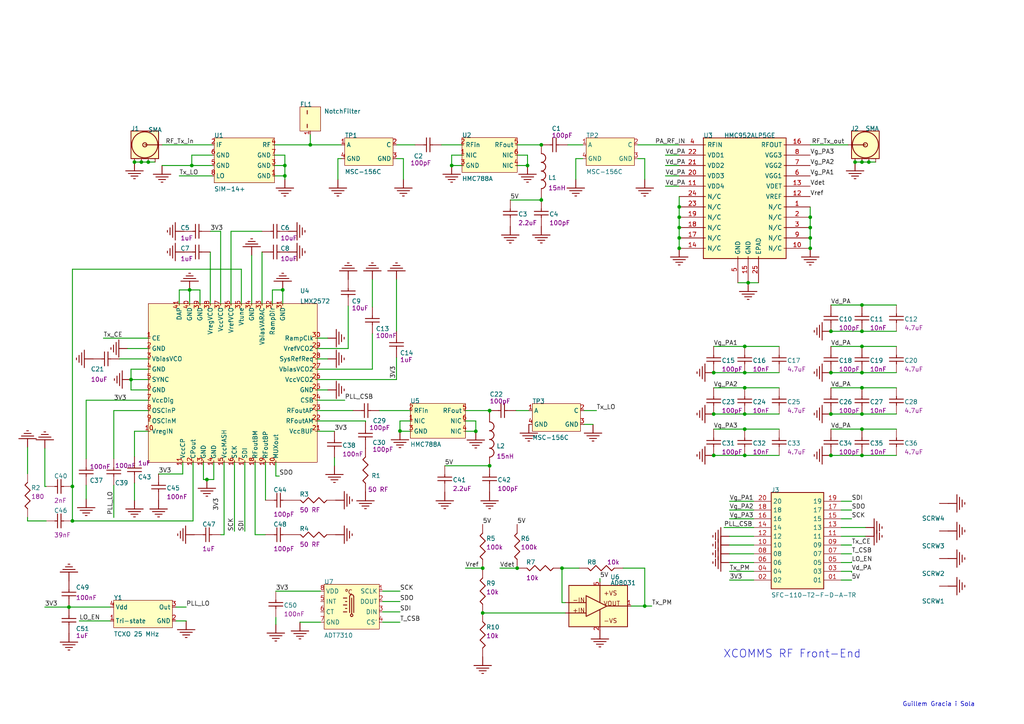
<source format=kicad_sch>
(kicad_sch (version 20211123) (generator eeschema)
  (paper "A4")
  (junction (at 21 151.0872))
  (junction (at 21 141.0872))
  (junction (at 216.0001 100.4672))
  (junction (at 241.0001 120.0872))
  (junction (at 142 119.0872))
  (junction (at 252.0001 47.0072))
  (junction (at 250.0001 124.4672))
  (junction (at 250.0001 88.4672))
  (junction (at 250.0001 96.0872))
  (junction (at 38 110.0872))
  (junction (at 250.0001 120.0872))
  (junction (at 41 47.0072))
  (junction (at 217.0001 82.0072))
  (junction (at 207.0001 132.0872))
  (junction (at 157 58.0072))
  (junction (at 241.0001 132.0872))
  (junction (at 197.0001 63.0072))
  (junction (at 82.62 48.0072))
  (junction (at 55 84.0872))
  (junction (at 43 47.0072))
  (junction (at 241.0001 96.0872))
  (junction (at 157 42.0072))
  (junction (at 153 48.0072))
  (junction (at 248.0001 47.0072))
  (junction (at 20 176.0872))
  (junction (at 207.0001 108.0872))
  (junction (at 207.0001 120.0872))
  (junction (at 216.0001 112.4672))
  (junction (at 140 164.7872))
  (junction (at 250.0001 112.4672))
  (junction (at 131 48.0072))
  (junction (at 82 84.0872))
  (junction (at 216.0001 120.0872))
  (junction (at 140 177.7872))
  (junction (at 39 47.0072))
  (junction (at 235.0001 69.0072))
  (junction (at 235.0001 72.0072))
  (junction (at 138 125.0872))
  (junction (at 250.0001 47.0072))
  (junction (at 55.62 48.0072))
  (junction (at 90 42.0072))
  (junction (at 150 164.7872))
  (junction (at 216.0001 124.4672))
  (junction (at 142 135.0872))
  (junction (at 241.0001 108.0872))
  (junction (at 216.0001 132.0872))
  (junction (at 197.0001 72.0072))
  (junction (at 60 139.0872))
  (junction (at 187.0001 175.7872))
  (junction (at 250.0001 132.0872))
  (junction (at 250.0001 100.4672))
  (junction (at 163 164.7872))
  (junction (at 82.62 51.0072))
  (junction (at 235.0001 66.0072))
  (junction (at 197.0001 69.0072))
  (junction (at 197.0001 66.0072))
  (junction (at 250.0001 108.0872))
  (junction (at 216.0001 108.0872))
  (junction (at 197.0001 60.0072))
  (junction (at 235.0001 63.0072))
  (junction (at 116 125.0072))
  (wire (pts (xy 93 171.4672) (xy 80 171.4672)) (stroke (width 0.254)))
  (wire (pts (xy 211.6001 160.6272) (xy 218.6001 160.6272)) (stroke (width 0.254)))
  (wire (pts (xy 169.38 123.0872) (xy 172 123.0872)) (stroke (width 0.254)))
  (wire (pts (xy 13 141.0872) (xy 13.38 141.0872)) (stroke (width 0.254)))
  (wire (pts (xy 82.62 51.0072) (xy 82.62 52.0072)) (stroke (width 0.254)))
  (wire (pts (xy 95 113.0872) (xy 92 113.0872)) (stroke (width 0.254)))
  (wire (pts (xy 108 96.7072) (xy 108 107.0872)) (stroke (width 0.254)))
  (wire (pts (xy 247.0001 163.1672) (xy 244.0001 163.1672)) (stroke (width 0.254)))
  (wire (pts (xy 87 180.4672) (xy 93 180.4672)) (stroke (width 0.254)))
  (wire (pts (xy 98 52.0072) (xy 98 46.0072)) (stroke (width 0.254)))
  (wire (pts (xy 197.0001 66.0072) (xy 197.0001 63.0072)) (stroke (width 0.254)))
  (wire (pts (xy 174 168.7872) (xy 174 167.7872)) (stroke (width 0.254)))
  (wire (pts (xy 157 58.0072) (xy 157 57.2472)) (stroke (width 0.254)))
  (wire (pts (xy 82.62 51.0072) (xy 79.62 51.0072)) (stroke (width 0.254)))
  (wire (pts (xy 247.0001 150.4672) (xy 244.0001 150.4672)) (stroke (width 0.254)))
  (wire (pts (xy 241.0001 124.4672) (xy 250.0001 124.4672)) (stroke (width 0.254)))
  (wire (pts (xy 92 110.0872) (xy 115 110.0872)) (stroke (width 0.254)))
  (wire (pts (xy 116 180.4672) (xy 111 180.4672)) (stroke (width 0.254)))
  (wire (pts (xy 108 107.0872) (xy 92 107.0872)) (stroke (width 0.254)))
  (wire (pts (xy 117 46.0072) (xy 115 46.0072)) (stroke (width 0.254)))
  (wire (pts (xy 110 119.0872) (xy 119 119.0872)) (stroke (width 0.254)))
  (wire (pts (xy 187.0001 164.7872) (xy 180.7 164.7872)) (stroke (width 0.254)))
  (wire (pts (xy 246.0001 42.0072) (xy 235.0001 42.0072)) (stroke (width 0.254)))
  (wire (pts (xy 38 113.0872) (xy 43 113.0872)) (stroke (width 0.254)))
  (wire (pts (xy 116 122.0872) (xy 116 125.0072)) (stroke (width 0.254)))
  (wire (pts (xy 247.0001 163.0072) (xy 247.0001 163.1672)) (stroke (width 0.254)))
  (wire (pts (xy 193.0001 51.0072) (xy 197.0001 51.0072)) (stroke (width 0.254)))
  (wire (pts (xy 211.6001 165.7072) (xy 218.6001 165.7072)) (stroke (width 0.254)))
  (wire (pts (xy 150 164.7872) (xy 145 164.7872)) (stroke (width 0.254)))
  (wire (pts (xy 163 174.7872) (xy 163 164.7872)) (stroke (width 0.254)))
  (wire (pts (xy 108 89.0872) (xy 108 81.0872)) (stroke (width 0.254)))
  (wire (pts (xy 45 47.0072) (xy 43 47.0072)) (stroke (width 0.254)))
  (wire (pts (xy 193.0001 48.0072) (xy 197.0001 48.0072)) (stroke (width 0.254)))
  (wire (pts (xy 250.0001 112.4672) (xy 260.0001 112.4672)) (stroke (width 0.254)))
  (wire (pts (xy 92 125.0872) (xy 97.0001 125.0872)) (stroke (width 0.254)))
  (wire (pts (xy 82.62 48.0072) (xy 82.62 51.0072)) (stroke (width 0.254)))
  (wire (pts (xy 211.6001 155.5472) (xy 218.6001 155.5472)) (stroke (width 0.254)))
  (wire (pts (xy 211.6001 145.3872) (xy 218.6001 145.3872)) (stroke (width 0.254)))
  (wire (pts (xy 197.0001 60.0072) (xy 197.0001 57.0072)) (stroke (width 0.254)))
  (wire (pts (xy 216.0001 132.0872) (xy 226.0001 132.0872)) (stroke (width 0.254)))
  (wire (pts (xy 47 42.0072) (xy 61.62 42.0072)) (stroke (width 0.254)))
  (wire (pts (xy 46 137.4672) (xy 53 137.4672)) (stroke (width 0.254)))
  (wire (pts (xy 74 134.0872) (xy 74 155.0872)) (stroke (width 0.254)))
  (wire (pts (xy 68 134.0872) (xy 68 154.0872)) (stroke (width 0.254)))
  (wire (pts (xy 193.0001 45.0072) (xy 197.0001 45.0072)) (stroke (width 0.254)))
  (wire (pts (xy 187.0001 46.0072) (xy 187.0001 52.0072)) (stroke (width 0.254)))
  (wire (pts (xy 33 133.0872) (xy 33 119.0872)) (stroke (width 0.254)))
  (wire (pts (xy 21 141.0872) (xy 21 151.0872)) (stroke (width 0.254)))
  (wire (pts (xy 211.6001 163.1672) (xy 218.6001 163.1672)) (stroke (width 0.254)))
  (wire (pts (xy 92 119.0872) (xy 102.38 119.0872)) (stroke (width 0.254)))
  (wire (pts (xy 150.3 164.7872) (xy 150 164.7872)) (stroke (width 0.254)))
  (wire (pts (xy 164 177.7872) (xy 140 177.7872)) (stroke (width 0.254)))
  (wire (pts (xy 247.0001 166.0072) (xy 247.0001 165.7072)) (stroke (width 0.254)))
  (wire (pts (xy 55 84.0872) (xy 58 84.0872)) (stroke (width 0.254)))
  (wire (pts (xy 187.0001 175.7872) (xy 183 175.7872)) (stroke (width 0.254)))
  (wire (pts (xy 101 101.0872) (xy 101 88.7072)) (stroke (width 0.254)))
  (wire (pts (xy 250.0001 120.0872) (xy 260.0001 120.0872)) (stroke (width 0.254)))
  (wire (pts (xy 247.0001 168.2472) (xy 244.0001 168.2472)) (stroke (width 0.254)))
  (wire (pts (xy 53 137.4672) (xy 53 134.0872)) (stroke (width 0.254)))
  (wire (pts (xy 59 134.0872) (xy 59 139.0872)) (stroke (width 0.254)))
  (wire (pts (xy 79 88.0872) (xy 79 84.0872)) (stroke (width 0.254)))
  (wire (pts (xy 149.62 119.0872) (xy 153.38 119.0872)) (stroke (width 0.254)))
  (wire (pts (xy 128 42.0072) (xy 134 42.0072)) (stroke (width 0.254)))
  (wire (pts (xy 115 110.0872) (xy 115 103.7072)) (stroke (width 0.254)))
  (wire (pts (xy 65 155.0872) (xy 65 134.0872)) (stroke (width 0.254)))
  (wire (pts (xy 25 133.0872) (xy 25 116.0872)) (stroke (width 0.254)))
  (wire (pts (xy 25 116.0872) (xy 43 116.0872)) (stroke (width 0.254)))
  (wire (pts (xy 193.0001 54.0072) (xy 197.0001 54.0072)) (stroke (width 0.254)))
  (wire (pts (xy 58 84.0872) (xy 58 88.0872)) (stroke (width 0.254)))
  (wire (pts (xy 134 45.0072) (xy 131 45.0072)) (stroke (width 0.254)))
  (wire (pts (xy 79 84.0872) (xy 82 84.0872)) (stroke (width 0.254)))
  (wire (pts (xy 95 98.0872) (xy 92 98.0872)) (stroke (width 0.254)))
  (wire (pts (xy 92 122.0872) (xy 106 122.0872)) (stroke (width 0.254)))
  (wire (pts (xy 79.62 48.0072) (xy 82.62 48.0072)) (stroke (width 0.254)))
  (wire (pts (xy 115 42.0072) (xy 120.38 42.0072)) (stroke (width 0.254)))
  (wire (pts (xy 82 84.0872) (xy 82 88.0872)) (stroke (width 0.254)))
  (wire (pts (xy 52 84.0872) (xy 55 84.0872)) (stroke (width 0.254)))
  (wire (pts (xy 216.0001 120.0872) (xy 226.0001 120.0872)) (stroke (width 0.254)))
  (wire (pts (xy 38 110.0872) (xy 43 110.0872)) (stroke (width 0.254)))
  (wire (pts (xy 79.62 42.0072) (xy 90 42.0072)) (stroke (width 0.254)))
  (wire (pts (xy 169 46.0072) (xy 167 46.0072)) (stroke (width 0.254)))
  (wire (pts (xy 250.0001 88.4672) (xy 260.0001 88.4672)) (stroke (width 0.254)))
  (wire (pts (xy 135 125.0872) (xy 138 125.0872)) (stroke (width 0.254)))
  (wire (pts (xy 39 132.4672) (xy 39 125.0872)) (stroke (width 0.254)))
  (wire (pts (xy 79.62 45.0072) (xy 82.62 45.0072)) (stroke (width 0.254)))
  (wire (pts (xy 116 125.0872) (xy 119 125.0872)) (stroke (width 0.254)))
  (wire (pts (xy 62 139.0872) (xy 62 134.0872)) (stroke (width 0.254)))
  (wire (pts (xy 150 42.0072) (xy 157 42.0072)) (stroke (width 0.254)))
  (wire (pts (xy 80 138.0872) (xy 81 138.0872)) (stroke (width 0.254)))
  (wire (pts (xy 43 47.0072) (xy 41 47.0072)) (stroke (width 0.254)))
  (wire (pts (xy 70 78.0872) (xy 21 78.0872)) (stroke (width 0.254)))
  (wire (pts (xy 185 46.0072) (xy 187.0001 46.0072)) (stroke (width 0.254)))
  (wire (pts (xy 250.0001 100.4672) (xy 260.0001 100.4672)) (stroke (width 0.254)))
  (wire (pts (xy 241.0001 120.0872) (xy 250.0001 120.0872)) (stroke (width 0.254)))
  (wire (pts (xy 247.0001 147.9272) (xy 244.0001 147.9272)) (stroke (width 0.254)))
  (wire (pts (xy 116 177.4672) (xy 111 177.4672)) (stroke (width 0.254)))
  (wire (pts (xy 169.38 119.0872) (xy 173 119.0872)) (stroke (width 0.254)))
  (wire (pts (xy 8 151.0872) (xy 13.38 151.0872)) (stroke (width 0.254)))
  (wire (pts (xy 251.0001 155.5472) (xy 244.0001 155.5472)) (stroke (width 0.254)))
  (wire (pts (xy 115 81.0872) (xy 115 96.0872)) (stroke (width 0.254)))
  (wire (pts (xy 33 140.7072) (xy 33 150.0872)) (stroke (width 0.254)))
  (wire (pts (xy 43 98.0872) (xy 30 98.0872)) (stroke (width 0.254)))
  (wire (pts (xy 247.0001 145.3872) (xy 244.0001 145.3872)) (stroke (width 0.254)))
  (wire (pts (xy 20 176.0872) (xy 13 176.0872)) (stroke (width 0.254)))
  (wire (pts (xy 52 88.0872) (xy 52 84.0872)) (stroke (width 0.254)))
  (wire (pts (xy 247.0001 158.0872) (xy 244.0001 158.0872)) (stroke (width 0.254)))
  (wire (pts (xy 210.0001 153.0072) (xy 218.6001 153.0072)) (stroke (width 0.254)))
  (wire (pts (xy 90 42.0072) (xy 90 39.0072)) (stroke (width 0.254)))
  (wire (pts (xy 135 119.0872) (xy 142 119.0872)) (stroke (width 0.254)))
  (wire (pts (xy 25 144.7072) (xy 25 140.7072)) (stroke (width 0.254)))
  (wire (pts (xy 197.0001 72.0072) (xy 197.0001 69.0072)) (stroke (width 0.254)))
  (wire (pts (xy 247.0001 160.6272) (xy 244.0001 160.6272)) (stroke (width 0.254)))
  (wire (pts (xy 241.0001 112.4672) (xy 250.0001 112.4672)) (stroke (width 0.254)))
  (wire (pts (xy 131 48.0072) (xy 134 48.0072)) (stroke (width 0.254)))
  (wire (pts (xy 39 125.0872) (xy 43 125.0872)) (stroke (width 0.254)))
  (wire (pts (xy 140 164.7872) (xy 135 164.7872)) (stroke (width 0.254)))
  (wire (pts (xy 163 164.7872) (xy 168 164.7872)) (stroke (width 0.254)))
  (wire (pts (xy 248.0001 47.0072) (xy 250.0001 47.0072)) (stroke (width 0.254)))
  (wire (pts (xy 74 155.0872) (xy 77 155.0872)) (stroke (width 0.254)))
  (wire (pts (xy 185 42.0072) (xy 197.0001 42.0072)) (stroke (width 0.254)))
  (wire (pts (xy 216.0001 112.4672) (xy 226.0001 112.4672)) (stroke (width 0.254)))
  (wire (pts (xy 217.0001 82.0072) (xy 220.0001 82.0072)) (stroke (width 0.254)))
  (wire (pts (xy 100 116.0872) (xy 92 116.0872)) (stroke (width 0.254)))
  (wire (pts (xy 207.0001 100.4672) (xy 216.0001 100.4672)) (stroke (width 0.254)))
  (wire (pts (xy 250.0001 96.0872) (xy 260.0001 96.0872)) (stroke (width 0.254)))
  (wire (pts (xy 189.0386 175.7872) (xy 187.0001 175.7872)) (stroke (width 0.254)))
  (wire (pts (xy 164 174.7872) (xy 163 174.7872)) (stroke (width 0.254)))
  (wire (pts (xy 235.0001 63.0072) (xy 235.0001 60.0072)) (stroke (width 0.254)))
  (wire (pts (xy 82.62 45.0072) (xy 82.62 48.0072)) (stroke (width 0.254)))
  (wire (pts (xy 211.6001 158.0872) (xy 218.6001 158.0872)) (stroke (width 0.254)))
  (wire (pts (xy 119 122.0872) (xy 116 122.0872)) (stroke (width 0.254)))
  (wire (pts (xy 90 42.0072) (xy 99 42.0072)) (stroke (width 0.254)))
  (wire (pts (xy 235.0001 72.0072) (xy 235.0001 69.0072)) (stroke (width 0.254)))
  (wire (pts (xy 8 150.0872) (xy 8 151.0872)) (stroke (width 0.254)))
  (wire (pts (xy 211.6001 150.4672) (xy 218.6001 150.4672)) (stroke (width 0.254)))
  (wire (pts (xy 61.62 51.0072) (xy 52 51.0072)) (stroke (width 0.254)))
  (wire (pts (xy 207.0001 112.4672) (xy 216.0001 112.4672)) (stroke (width 0.254)))
  (wire (pts (xy 207.0001 124.4672) (xy 216.0001 124.4672)) (stroke (width 0.254)))
  (wire (pts (xy 55.62 48.0072) (xy 61.62 48.0072)) (stroke (width 0.254)))
  (wire (pts (xy 241.0001 96.0872) (xy 250.0001 96.0872)) (stroke (width 0.254)))
  (wire (pts (xy 250.0001 47.0072) (xy 252.0001 47.0072)) (stroke (width 0.254)))
  (wire (pts (xy 207.0001 108.0872) (xy 216.0001 108.0872)) (stroke (width 0.254)))
  (wire (pts (xy 211.6001 147.9272) (xy 218.6001 147.9272)) (stroke (width 0.254)))
  (wire (pts (xy 32 180.0872) (xy 23 180.0872)) (stroke (width 0.254)))
  (wire (pts (xy 64 155.0872) (xy 65 155.0872)) (stroke (width 0.254)))
  (wire (pts (xy 153 45.0072) (xy 150 45.0072)) (stroke (width 0.254)))
  (wire (pts (xy 55 88.0872) (xy 55 84.0872)) (stroke (width 0.254)))
  (wire (pts (xy 138 122.0872) (xy 135 122.0872)) (stroke (width 0.254)))
  (wire (pts (xy 150 48.0072) (xy 153 48.0072)) (stroke (width 0.254)))
  (wire (pts (xy 39 145.0872) (xy 39 140.0872)) (stroke (width 0.254)))
  (wire (pts (xy 64 67.0872) (xy 61 67.0872)) (stroke (width 0.254)))
  (wire (pts (xy 92 101.0872) (xy 101 101.0872)) (stroke (width 0.254)))
  (wire (pts (xy 76 73.0872) (xy 76 88.0872)) (stroke (width 0.254)))
  (wire (pts (xy 56 151.0872) (xy 56 134.0872)) (stroke (width 0.254)))
  (wire (pts (xy 241.0001 132.0872) (xy 250.0001 132.0872)) (stroke (width 0.254)))
  (wire (pts (xy 138 125.0872) (xy 138 122.0872)) (stroke (width 0.254)))
  (wire (pts (xy 116 171.4672) (xy 111 171.4672)) (stroke (width 0.254)))
  (wire (pts (xy 95 104.0872) (xy 92 104.0872)) (stroke (width 0.254)))
  (wire (pts (xy 77 134.0872) (xy 77 145.0872)) (stroke (width 0.254)))
  (wire (pts (xy 80 134.0872) (xy 80 138.0872)) (stroke (width 0.254)))
  (wire (pts (xy 216.0001 124.4672) (xy 226.0001 124.4672)) (stroke (width 0.254)))
  (wire (pts (xy 97 135.0872) (xy 97 132.7072)) (stroke (width 0.254)))
  (wire (pts (xy 116 174.4672) (xy 111 174.4672)) (stroke (width 0.254)))
  (wire (pts (xy 235.0001 66.0072) (xy 235.0001 63.0072)) (stroke (width 0.254)))
  (wire (pts (xy 250.0001 132.0872) (xy 260.0001 132.0872)) (stroke (width 0.254)))
  (wire (pts (xy 21 78.0872) (xy 21 141.0872)) (stroke (width 0.254)))
  (wire (pts (xy 8 129.7672) (xy 8 137.3872)) (stroke (width 0.254)))
  (wire (pts (xy 214.0001 82.0072) (xy 217.0001 82.0072)) (stroke (width 0.254)))
  (wire (pts (xy 153 48.0072) (xy 153 45.0072)) (stroke (width 0.254)))
  (wire (pts (xy 252.0001 47.0072) (xy 254.0001 47.0072)) (stroke (width 0.254)))
  (wire (pts (xy 73 74.0872) (xy 73 88.0872)) (stroke (width 0.254)))
  (wire (pts (xy 98 46.0072) (xy 99 46.0072)) (stroke (width 0.254)))
  (wire (pts (xy 241.0001 108.0872) (xy 250.0001 108.0872)) (stroke (width 0.254)))
  (wire (pts (xy 211.6001 168.2472) (xy 218.6001 168.2472)) (stroke (width 0.254)))
  (wire (pts (xy 167 46.0072) (xy 167 52.0072)) (stroke (width 0.254)))
  (wire (pts (xy 235.0001 69.0072) (xy 235.0001 66.0072)) (stroke (width 0.254)))
  (wire (pts (xy 241.0001 100.4672) (xy 250.0001 100.4672)) (stroke (width 0.254)))
  (wire (pts (xy 140 165.0872) (xy 140 164.7872)) (stroke (width 0.254)))
  (wire (pts (xy 131 45.0072) (xy 131 48.0072)) (stroke (width 0.254)))
  (wire (pts (xy 164.62 42.0072) (xy 169 42.0072)) (stroke (width 0.254)))
  (wire (pts (xy 61.62 45.0072) (xy 55.62 45.0072)) (stroke (width 0.254)))
  (wire (pts (xy 216.0001 108.0872) (xy 226.0001 108.0872)) (stroke (width 0.254)))
  (wire (pts (xy 37 101.0872) (xy 43 101.0872)) (stroke (width 0.254)))
  (wire (pts (xy 129 135.0872) (xy 142 135.0872)) (stroke (width 0.254)))
  (wire (pts (xy 116 125.0072) (xy 116 125.0872)) (stroke (width 0.254)))
  (wire (pts (xy 197.0001 69.0072) (xy 197.0001 66.0072)) (stroke (width 0.254)))
  (wire (pts (xy 187.0001 175.7872) (xy 187.0001 164.7872)) (stroke (width 0.254)))
  (wire (pts (xy 21 151.0872) (xy 56 151.0872)) (stroke (width 0.254)))
  (wire (pts (xy 207.0001 132.0872) (xy 216.0001 132.0872)) (stroke (width 0.254)))
  (wire (pts (xy 34.62 104.0872) (xy 43 104.0872)) (stroke (width 0.254)))
  (wire (pts (xy 70 88.0872) (xy 70 78.0872)) (stroke (width 0.254)))
  (wire (pts (xy 250.0001 124.4672) (xy 260.0001 124.4672)) (stroke (width 0.254)))
  (wire (pts (xy 55.62 45.0072) (xy 55.62 48.0072)) (stroke (width 0.254)))
  (wire (pts (xy 32 176.0872) (xy 20 176.0872)) (stroke (width 0.254)))
  (wire (pts (xy 13 130.0872) (xy 13 141.0872)) (stroke (width 0.254)))
  (wire (pts (xy 106 122.0872) (xy 106 122.3872)) (stroke (width 0.254)))
  (wire (pts (xy 142 119.0872) (xy 142 119.8472)) (stroke (width 0.254)))
  (wire (pts (xy 251.0001 153.0072) (xy 244.0001 153.0072)) (stroke (width 0.254)))
  (wire (pts (xy 54 180.0872) (xy 51 180.0872)) (stroke (width 0.254)))
  (wire (pts (xy 148 58.0072) (xy 157 58.0072)) (stroke (width 0.254)))
  (wire (pts (xy 64 88.0872) (xy 64 67.0872)) (stroke (width 0.254)))
  (wire (pts (xy 38 107.0872) (xy 38 110.0872)) (stroke (width 0.254)))
  (wire (pts (xy 76 67.0872) (xy 67 67.0872)) (stroke (width 0.254)))
  (wire (pts (xy 43 107.0872) (xy 38 107.0872)) (stroke (width 0.254)))
  (wire (pts (xy 47 48.0072) (xy 55.62 48.0072)) (stroke (width 0.254)))
  (wire (pts (xy 80 181.0872) (xy 80 179.0872)) (stroke (width 0.254)))
  (wire (pts (xy 71 134.0872) (xy 71 154.0872)) (stroke (width 0.254)))
  (wire (pts (xy 241.0001 88.4672) (xy 250.0001 88.4672)) (stroke (width 0.254)))
  (wire (pts (xy 216.0001 100.4672) (xy 226.0001 100.4672)) (stroke (width 0.254)))
  (wire (pts (xy 197.0001 63.0072) (xy 197.0001 60.0072)) (stroke (width 0.254)))
  (wire (pts (xy 60 139.0872) (xy 62 139.0872)) (stroke (width 0.254)))
  (wire (pts (xy 97 132.7072) (xy 97.0001 132.7072)) (stroke (width 0.254)))
  (wire (pts (xy 117 52.0072) (xy 117 46.0072)) (stroke (width 0.254)))
  (wire (pts (xy 250.0001 108.0872) (xy 260.0001 108.0872)) (stroke (width 0.254)))
  (wire (pts (xy 38 110.0872) (xy 38 113.0872)) (stroke (width 0.254)))
  (wire (pts (xy 67 67.0872) (xy 67 88.0872)) (stroke (width 0.254)))
  (wire (pts (xy 33 119.0872) (xy 43 119.0872)) (stroke (width 0.254)))
  (wire (pts (xy 54 176.0872) (xy 51 176.0872)) (stroke (width 0.254)))
  (wire (pts (xy 61 88.0872) (xy 61 73.0872)) (stroke (width 0.254)))
  (wire (pts (xy 59 139.0872) (xy 60 139.0872)) (stroke (width 0.254)))
  (wire (pts (xy 207.0001 120.0872) (xy 216.0001 120.0872)) (stroke (width 0.254)))
  (wire (pts (xy 247.0001 165.7072) (xy 244.0001 165.7072)) (stroke (width 0.254)))
  (wire (pts (xy 41 47.0072) (xy 39 47.0072)) (stroke (width 0.254)))
  (text "Guillem Gracia i Sola" (at 261.744 205.107 180) (effects (font (size 1.27 1.27)) (justify left bottom)))
  (text "XCOMMS RF Front-End" (at 209.7439 191.107 180) (effects (font (size 2.286 2.286)) (justify left bottom)))
  (label "PLL_CSB" (at 210.0001 153.0072 0))
  (label "Vd_PA" (at 193.0001 45.0072 0))
  (label "Vd_PA" (at 241.0001 88.4672 0))
  (label "T_CSB" (at 116 180.4672 0))
  (label "Vg_PA1" (at 211.6001 145.3872 0))
  (label "PLL_LO" (at 33 142.4672 270))
  (label "5V" (at 150 152.0872 0))
  (label "RF_Tx_out" (at 235.419 42.0072 0))
  (label "Vd_PA" (at 193.0001 51.0072 0))
  (label "Vref" (at 135 164.7872 0))
  (label "Vg_PA1" (at 207.0001 100.4672 0))
  (label "Vg_PA2" (at 207.0001 112.4672 0))
  (label "Vd_PA" (at 193.0001 54.0072 0))
  (label "Vg_PA3" (at 235.0001 45.0072 0))
  (label "3V3" (at 61 67.0872 0))
  (label "3V3" (at 115 106.0872 270))
  (label "Vdet" (at 145 164.7872 0))
  (label "SCK" (at 68 154.0872 90))
  (label "SDI" (at 71 154.0872 90))
  (label "Tx_LO" (at 173 119.0872 0))
  (label "Vd_PA" (at 241.0001 112.4672 0))
  (label "LO_EN" (at 23 180.0872 0))
  (label "SDO" (at 81 138.0872 0))
  (label "T_CSB" (at 247.0001 160.6272 0))
  (label "SCK" (at 247.0001 150.4672 0))
  (label "Tx_PM" (at 189.0386 175.7872 0))
  (label "Vdet" (at 235.0001 54.0072 0))
  (label "Vg_PA3" (at 211.6001 150.4672 0))
  (label "Vd_PA" (at 247.0001 165.7072 0))
  (label "Vd_PA" (at 241.0001 100.4672 0))
  (label "3V3" (at 80 171.4672 0))
  (label "SCK" (at 116 171.4672 0))
  (label "Vd_PA" (at 241.0001 124.4672 0))
  (label "5V" (at 247.0001 168.2472 0))
  (label "5V" (at 148 58.0072 0))
  (label "Tx_CE" (at 30 98.0872 0))
  (label "RF_Tx_in" (at 48 42.0072 0))
  (label "3V3" (at 33 116.3872 0))
  (label "SDO" (at 247.0001 147.9272 0))
  (label "PLL_CSB" (at 100 116.0872 0))
  (label "LO_EN" (at 247.0001 163.1672 0))
  (label "Vg_PA1" (at 235.0001 51.0072 0))
  (label "Vd_PA" (at 193.0001 48.0072 0))
  (label "Tx_PM" (at 211.6001 165.7072 0))
  (label "PA_RF_IN" (at 190.0001 42.0072 0))
  (label "5V" (at 129 135.0872 0))
  (label "SDI" (at 247.0001 145.3872 0))
  (label "3V3" (at 46 137.4672 0))
  (label "SDI" (at 116 177.4672 0))
  (label "5V" (at 140 152.0872 0))
  (label "3V3" (at 97.0001 125.0872 0))
  (label "5V" (at 174 167.7872 0))
  (label "Vg_PA3" (at 207.0001 124.4672 0))
  (label "PLL_LO" (at 54 176.0872 0))
  (label "3V3" (at 211.6001 168.2472 0))
  (label "3V3" (at 63.6799 148.0872 90))
  (label "3V3" (at 13 176.0872 0))
  (label "Tx_LO" (at 52 51.0072 0))
  (label "SDO" (at 116 174.4672 0))
  (label "Vg_PA2" (at 235.0001 48.0072 0))
  (label "Tx_CE" (at 247.0001 158.0872 0))
  (label "Vg_PA2" (at 211.6001 147.9272 0))
  (label "Vref" (at 235.0001 57.0072 0))
  (symbol (lib_id "XCOMMS_RF-altium-import:GND") (at 115 81.0872 180) (unit 1)
    (property "Reference" "#PWR?" (effects hide))
    (property "Value" "GND" (effects hide))
  )
  (symbol (lib_id "XCOMMS_RF-altium-import:GND") (at 275.0001 170.0072 90) (unit 1)
    (property "Reference" "#PWR?" (effects hide))
    (property "Value" "GND" (effects hide))
  )
  (symbol (lib_id "XCOMMS_RF-altium-import:GND") (at 138 125.0872 0) (unit 1)
    (property "Reference" "#PWR?" (effects hide))
    (property "Value" "GND" (effects hide))
  )
  (symbol (lib_id "XCOMMS_RF-altium-import:1_Cap Semi") (at 145.46 63.0872 0) (unit 1)
    (property "Reference" "C3" (at 150.286 62.8332 0) (effects (justify left bottom)))
    (property "Value" "Cap Semi" (effects hide))
    (property "Footprint" "0603 SMD Capacitor" (effects hide))
    (property "PUBLISHED" "8-Jun-2000" (effects hide))
    (property "LATESTREVISIONDATE" "29-May-2009" (effects hide))
    (property "LATESTREVISIONNOTE" "IPC-7351 Footprint Added." (effects hide))
    (property "PACKAGEREFERENCE" "C1206" (effects hide))
    (property "PUBLISHER" "Altium Limited" (effects hide))
    (property "PACKAGEDESCRIPTION" "Chip Capacitor" (effects hide))
    (property "ALTIUM_VALUE" "2.2uF" (at 150.286 65.3732 0) (effects (justify left bottom)))
  )
  (symbol (lib_id "XCOMMS_RF-altium-import:GND") (at 82.62 52.0072 0) (unit 1)
    (property "Reference" "#PWR?" (effects hide))
    (property "Value" "GND" (effects hide))
  )
  (symbol (lib_id "XCOMMS_RF-altium-import:0_ADT7310") (at 91 187.4672 0) (unit 1)
    (property "Reference" "U7" (at 94 169.4672 0) (effects (justify left bottom)))
    (property "Value" "ADT7310" (at 94 185.0072 0) (effects (justify left bottom)))
    (property "Footprint" "SOIC-8" (effects hide))
  )
  (symbol (lib_id "XCOMMS_RF-altium-import:GND") (at 211.6001 155.5472 270) (unit 1)
    (property "Reference" "#PWR?" (effects hide))
    (property "Value" "GND" (effects hide))
  )
  (symbol (lib_id "XCOMMS_RF-altium-import:GND") (at 55 84.0872 180) (unit 1)
    (property "Reference" "#PWR?" (effects hide))
    (property "Value" "GND" (effects hide))
  )
  (symbol (lib_id "XCOMMS_RF-altium-import:1_Cap Semi") (at 139.46 140.1672 0) (unit 1)
    (property "Reference" "C42" (at 144.286 139.9132 0) (effects (justify left bottom)))
    (property "Value" "Cap Semi" (effects hide))
    (property "Footprint" "0402 SND CAPACITOR" (effects hide))
    (property "PUBLISHED" "8-Jun-2000" (effects hide))
    (property "LATESTREVISIONDATE" "29-May-2009" (effects hide))
    (property "LATESTREVISIONNOTE" "IPC-7351 Footprint Added." (effects hide))
    (property "PACKAGEREFERENCE" "C1206" (effects hide))
    (property "PUBLISHER" "Altium Limited" (effects hide))
    (property "PACKAGEDESCRIPTION" "Chip Capacitor" (effects hide))
    (property "ALTIUM_VALUE" "100pF" (at 144.286 142.4532 0) (effects (justify left bottom)))
  )
  (symbol (lib_id "XCOMMS_RF-altium-import:1_Res3") (at 147.46 162.2472 0) (unit 1)
    (property "Reference" "R6" (at 151.016 156.9132 0) (effects (justify left bottom)))
    (property "Value" "Res3" (effects hide))
    (property "Footprint" "0603 SMD Resistor" (effects hide))
    (property "PUBLISHED" "8-Jun-2000" (effects hide))
    (property "LATESTREVISIONDATE" "29-May-2009" (effects hide))
    (property "LATESTREVISIONNOTE" "IPC-7351 Footprint Added." (effects hide))
    (property "PACKAGEREFERENCE" "J1-0603" (effects hide))
    (property "PUBLISHER" "Altium Limited" (effects hide))
    (property "PACKAGEDESCRIPTION" "Chip Resistor" (effects hide))
    (property "ALTIUM_VALUE" "100k" (at 151.016 159.4532 0) (effects (justify left bottom)))
  )
  (symbol (lib_id "XCOMMS_RF-altium-import:GND") (at 25 144.7072 0) (unit 1)
    (property "Reference" "#PWR?" (effects hide))
    (property "Value" "GND" (effects hide))
  )
  (symbol (lib_id "XCOMMS_RF-altium-import:GND") (at 174 182.7872 0) (unit 1)
    (property "Reference" "#PWR?" (effects hide))
    (property "Value" "GND" (effects hide))
  )
  (symbol (lib_id "XCOMMS_RF-altium-import:GND") (at 47 48.0072 0) (unit 1)
    (property "Reference" "#PWR?" (effects hide))
    (property "Value" "GND" (effects hide))
  )
  (symbol (lib_id "XCOMMS_RF-altium-import:GND") (at 241.0001 108.0872 270) (unit 1)
    (property "Reference" "#PWR?" (effects hide))
    (property "Value" "GND" (effects hide))
  )
  (symbol (lib_id "XCOMMS_RF-altium-import:GND") (at 106 142.7072 0) (unit 1)
    (property "Reference" "#PWR?" (effects hide))
    (property "Value" "GND" (effects hide))
  )
  (symbol (lib_id "XCOMMS_RF-altium-import:3_Inductor") (at 159.54 44.5472 0) (unit 1)
    (property "Reference" "L1" (at 159 52.2472 0) (effects (justify left bottom)))
    (property "Value" "Inductor" (effects hide))
    (property "Footprint" "0603 SMD Inductor" (effects hide))
    (property "PUBLISHED" "8-Jun-2000" (effects hide))
    (property "LATESTREVISIONDATE" "29-May-2009" (effects hide))
    (property "LATESTREVISIONNOTE" "IPC-7351 Footprint Added." (effects hide))
    (property "PACKAGEREFERENCE" "0402-A" (effects hide))
    (property "PUBLISHER" "Altium Limited" (effects hide))
    (property "PACKAGEDESCRIPTION" "Chip Inductor" (effects hide))
    (property "CODE_JEITA" "0402" (effects hide))
    (property "CODE_IEC" "1005" (effects hide))
    (property "ALTIUM_VALUE" "15nH" (at 159 55.2472 0) (effects (justify left bottom)))
  )
  (symbol (lib_id "XCOMMS_RF-altium-import:GND") (at 98 52.0072 0) (unit 1)
    (property "Reference" "#PWR?" (effects hide))
    (property "Value" "GND" (effects hide))
  )
  (symbol (lib_id "XCOMMS_RF-altium-import:0_Cap Semi") (at 15.92 138.5472 0) (unit 1)
    (property "Reference" "C40" (at 15.666 138.8012 0) (effects (justify left bottom)))
    (property "Value" "Cap Semi" (effects hide))
    (property "Footprint" "0805 SMD Capacitor" (effects hide))
    (property "PUBLISHED" "8-Jun-2000" (effects hide))
    (property "LATESTREVISIONDATE" "29-May-2009" (effects hide))
    (property "LATESTREVISIONNOTE" "IPC-7351 Footprint Added." (effects hide))
    (property "PACKAGEREFERENCE" "C1206" (effects hide))
    (property "PUBLISHER" "Altium Limited" (effects hide))
    (property "PACKAGEDESCRIPTION" "Chip Capacitor" (effects hide))
    (property "ALTIUM_VALUE" "2nF" (at 15.666 145.9132 0) (effects (justify left bottom)))
    (property "SUPPLIER 1" "Mouser" (effects hide))
    (property "SUPPLIER PART NUMBER 1" "80-C0805C202G4HACTU" (effects hide))
  )
  (symbol (lib_id "XCOMMS_RF-altium-import:GND") (at 207.0001 120.0872 270) (unit 1)
    (property "Reference" "#PWR?" (effects hide))
    (property "Value" "GND" (effects hide))
  )
  (symbol (lib_id "XCOMMS_RF-altium-import:0_mirrored_SMA") (at 53 51.0072 0) (unit 1)
    (property "Reference" "J1" (at 38 38.0072 0) (effects (justify left bottom)))
    (property "Value" "SMA" (at 43 38.3872 0) (effects (justify left bottom)))
    (property "Footprint" "CONSMA020-062-G" (effects hide))
  )
  (symbol (lib_id "XCOMMS_RF-altium-import:0_Cap Semi") (at 122.92 39.4672 0) (unit 1)
    (property "Reference" "C2" (at 120 46.0072 0) (effects (justify left bottom)))
    (property "Value" "Cap Semi" (effects hide))
    (property "Footprint" "0402 SND CAPACITOR" (effects hide))
    (property "PUBLISHED" "8-Jun-2000" (effects hide))
    (property "LATESTREVISIONDATE" "29-May-2009" (effects hide))
    (property "LATESTREVISIONNOTE" "IPC-7351 Footprint Added." (effects hide))
    (property "PACKAGEREFERENCE" "C1206" (effects hide))
    (property "PUBLISHER" "Altium Limited" (effects hide))
    (property "PACKAGEDESCRIPTION" "Chip Capacitor" (effects hide))
    (property "ALTIUM_VALUE" "100pF" (at 119 48.0072 0) (effects (justify left bottom)))
  )
  (symbol (lib_id "XCOMMS_RF-altium-import:GND") (at 241.0001 120.0872 270) (unit 1)
    (property "Reference" "#PWR?" (effects hide))
    (property "Value" "GND" (effects hide))
  )
  (symbol (lib_id "XCOMMS_RF-altium-import:3_Cap Semi") (at 262.5401 115.0072 0) (unit 1)
    (property "Reference" "C28" (at 262.2861 117.2932 0) (effects (justify left bottom)))
    (property "Value" "Cap Semi" (effects hide))
    (property "Footprint" "0805 SMD Capacitor" (effects hide))
    (property "PUBLISHED" "8-Jun-2000" (effects hide))
    (property "LATESTREVISIONDATE" "29-May-2009" (effects hide))
    (property "LATESTREVISIONNOTE" "IPC-7351 Footprint Added." (effects hide))
    (property "PACKAGEREFERENCE" "C1206" (effects hide))
    (property "PUBLISHER" "Altium Limited" (effects hide))
    (property "PACKAGEDESCRIPTION" "Chip Capacitor" (effects hide))
    (property "ALTIUM_VALUE" "4.7uF" (at 262.2861 119.8332 0) (effects (justify left bottom)))
    (property "SUPPLIER 1" "Mouser" (effects hide))
    (property "SUPPLIER PART NUMBER 1" "81-GRM21BR71C475ME1K" (effects hide))
  )
  (symbol (lib_id "XCOMMS_RF-altium-import:3_Cap Semi") (at 262.5401 127.0072 0) (unit 1)
    (property "Reference" "C36" (at 262.2861 129.2932 0) (effects (justify left bottom)))
    (property "Value" "Cap Semi" (effects hide))
    (property "Footprint" "0805 SMD Capacitor" (effects hide))
    (property "PUBLISHED" "8-Jun-2000" (effects hide))
    (property "LATESTREVISIONDATE" "29-May-2009" (effects hide))
    (property "LATESTREVISIONNOTE" "IPC-7351 Footprint Added." (effects hide))
    (property "PACKAGEREFERENCE" "C1206" (effects hide))
    (property "PUBLISHER" "Altium Limited" (effects hide))
    (property "PACKAGEDESCRIPTION" "Chip Capacitor" (effects hide))
    (property "ALTIUM_VALUE" "4.7uF" (at 262.2861 131.8332 0) (effects (justify left bottom)))
    (property "SUPPLIER 1" "Mouser" (effects hide))
    (property "SUPPLIER PART NUMBER 1" "81-GRM21BR71C475ME1K" (effects hide))
  )
  (symbol (lib_id "XCOMMS_RF-altium-import:0_Cap Semi") (at 79.54 142.5472 0) (unit 1)
    (property "Reference" "C44" (at 79.286 142.8012 0) (effects (justify left bottom)))
    (property "Value" "Cap Semi" (effects hide))
    (property "Footprint" "0402 SND CAPACITOR" (effects hide))
    (property "PUBLISHED" "8-Jun-2000" (effects hide))
    (property "LATESTREVISIONDATE" "29-May-2009" (effects hide))
    (property "LATESTREVISIONNOTE" "IPC-7351 Footprint Added." (effects hide))
    (property "PACKAGEREFERENCE" "C1206" (effects hide))
    (property "PUBLISHER" "Altium Limited" (effects hide))
    (property "PACKAGEDESCRIPTION" "Chip Capacitor" (effects hide))
    (property "ALTIUM_VALUE" "100pF" (at 79.286 149.9132 0) (effects (justify left bottom)))
  )
  (symbol (lib_id "XCOMMS_RF-altium-import:GND") (at 39 145.0872 0) (unit 1)
    (property "Reference" "#PWR?" (effects hide))
    (property "Value" "GND" (effects hide))
  )
  (symbol (lib_id "XCOMMS_RF-altium-import:0_Cap Semi") (at 159.54 39.4672 0) (unit 1)
    (property "Reference" "C1" (at 160 38.0072 0) (effects (justify left bottom)))
    (property "Value" "Cap Semi" (effects hide))
    (property "Footprint" "0402 SND CAPACITOR" (effects hide))
    (property "PUBLISHED" "8-Jun-2000" (effects hide))
    (property "LATESTREVISIONDATE" "29-May-2009" (effects hide))
    (property "LATESTREVISIONNOTE" "IPC-7351 Footprint Added." (effects hide))
    (property "PACKAGEREFERENCE" "C1206" (effects hide))
    (property "PUBLISHER" "Altium Limited" (effects hide))
    (property "PACKAGEDESCRIPTION" "Chip Capacitor" (effects hide))
    (property "ALTIUM_VALUE" "100pF" (at 160 40.0072 0) (effects (justify left bottom)))
  )
  (symbol (lib_id "XCOMMS_RF-altium-import:GND") (at 172 123.0872 0) (unit 1)
    (property "Reference" "#PWR?" (effects hide))
    (property "Value" "GND" (effects hide))
  )
  (symbol (lib_id "XCOMMS_RF-altium-import:GND") (at 241.0001 132.0872 270) (unit 1)
    (property "Reference" "#PWR?" (effects hide))
    (property "Value" "GND" (effects hide))
  )
  (symbol (lib_id "XCOMMS_RF-altium-import:GND") (at 251.0001 155.5472 90) (unit 1)
    (property "Reference" "#PWR?" (effects hide))
    (property "Value" "GND" (effects hide))
  )
  (symbol (lib_id "XCOMMS_RF-altium-import:GND") (at 153.38 123.0872 0) (unit 1)
    (property "Reference" "#PWR?" (effects hide))
    (property "Value" "GND" (effects hide))
  )
  (symbol (lib_id "XCOMMS_RF-altium-import:1_ScrewHole") (at 269.9201 162.0072 0) (unit 1)
    (property "Reference" "SCRW2" (at 267.3801 167.0872 0) (effects (justify left bottom)))
    (property "Value" "Metric Screw Hole" (effects hide))
    (property "Footprint" "M3 ScrewHole" (effects hide))
  )
  (symbol (lib_id "XCOMMS_RF-altium-import:GND") (at 241.0001 96.0872 270) (unit 1)
    (property "Reference" "#PWR?" (effects hide))
    (property "Value" "GND" (effects hide))
  )
  (symbol (lib_id "XCOMMS_RF-altium-import:3_Cap Semi") (at 228.5401 103.0072 0) (unit 1)
    (property "Reference" "C17" (at 228.2861 105.2932 0) (effects (justify left bottom)))
    (property "Value" "Cap Semi" (effects hide))
    (property "Footprint" "0805 SMD Capacitor" (effects hide))
    (property "PUBLISHED" "8-Jun-2000" (effects hide))
    (property "LATESTREVISIONDATE" "29-May-2009" (effects hide))
    (property "LATESTREVISIONNOTE" "IPC-7351 Footprint Added." (effects hide))
    (property "PACKAGEREFERENCE" "C1206" (effects hide))
    (property "PUBLISHER" "Altium Limited" (effects hide))
    (property "PACKAGEDESCRIPTION" "Chip Capacitor" (effects hide))
    (property "ALTIUM_VALUE" "4.7uF" (at 228.2861 107.8332 0) (effects (justify left bottom)))
    (property "SUPPLIER 1" "Mouser" (effects hide))
    (property "SUPPLIER PART NUMBER 1" "81-GRM21BR71C475ME1K" (effects hide))
  )
  (symbol (lib_id "XCOMMS_RF-altium-import:GND") (at 83.62 67.0872 90) (unit 1)
    (property "Reference" "#PWR?" (effects hide))
    (property "Value" "GND" (effects hide))
  )
  (symbol (lib_id "XCOMMS_RF-altium-import:0_ECS-TXO-2016") (at 33 182.0872 0) (unit 1)
    (property "Reference" "Y1" (at 33 174.0872 0) (effects (justify left bottom)))
    (property "Value" "TCXO 25 MHz" (at 33 184.6272 0) (effects (justify left bottom)))
    (property "Footprint" "ECS-TXO-2016" (effects hide))
  )
  (symbol (lib_id "XCOMMS_RF-altium-import:1_ScrewHole") (at 269.9201 146.0072 0) (unit 1)
    (property "Reference" "SCRW4" (at 267.3801 151.0872 0) (effects (justify left bottom)))
    (property "Value" "Metric Screw Hole" (effects hide))
    (property "Footprint" "M3 ScrewHole" (effects hide))
  )
  (symbol (lib_id "XCOMMS_RF-altium-import:0_Cap Semi") (at 55.92 64.5472 0) (unit 1)
    (property "Reference" "C5" (at 52.32 66.7872 0) (effects (justify left bottom)))
    (property "Value" "Cap Semi" (effects hide))
    (property "Footprint" "0603 SMD Capacitor" (effects hide))
    (property "PUBLISHED" "8-Jun-2000" (effects hide))
    (property "LATESTREVISIONDATE" "29-May-2009" (effects hide))
    (property "LATESTREVISIONNOTE" "IPC-7351 Footprint Added." (effects hide))
    (property "PACKAGEREFERENCE" "C1206" (effects hide))
    (property "PUBLISHER" "Altium Limited" (effects hide))
    (property "PACKAGEDESCRIPTION" "Chip Capacitor" (effects hide))
    (property "ALTIUM_VALUE" "1uF" (at 52.32 69.7872 0) (effects (justify left bottom)))
  )
  (symbol (lib_id "XCOMMS_RF-altium-import:0_Cap Semi") (at 58.92 152.5472 0) (unit 1)
    (property "Reference" "C47" (at 58.666 152.8012 0) (effects (justify left bottom)))
    (property "Value" "Cap Semi" (effects hide))
    (property "Footprint" "0603 SMD Capacitor" (effects hide))
    (property "PUBLISHED" "8-Jun-2000" (effects hide))
    (property "LATESTREVISIONDATE" "29-May-2009" (effects hide))
    (property "LATESTREVISIONNOTE" "IPC-7351 Footprint Added." (effects hide))
    (property "PACKAGEREFERENCE" "C1206" (effects hide))
    (property "PUBLISHER" "Altium Limited" (effects hide))
    (property "PACKAGEDESCRIPTION" "Chip Capacitor" (effects hide))
    (property "ALTIUM_VALUE" "1uF" (at 58.666 159.9132 0) (effects (justify left bottom)))
  )
  (symbol (lib_id "XCOMMS_RF-altium-import:0_HMC788A") (at 119 127.0872 0) (unit 1)
    (property "Reference" "U5" (at 119 117.0072 0) (effects (justify left bottom)))
    (property "Value" "HMC788A" (at 119 129.6272 0) (effects (justify left bottom)))
    (property "Footprint" "HMC788A" (effects hide))
  )
  (symbol (lib_id "XCOMMS_RF-altium-import:3_Cap Semi") (at 209.5401 127.0072 0) (unit 1)
    (property "Reference" "C31" (at 209.2861 129.2932 0) (effects (justify left bottom)))
    (property "Value" "Cap Semi" (effects hide))
    (property "Footprint" "0402 SND CAPACITOR" (effects hide))
    (property "PUBLISHED" "8-Jun-2000" (effects hide))
    (property "LATESTREVISIONDATE" "29-May-2009" (effects hide))
    (property "LATESTREVISIONNOTE" "IPC-7351 Footprint Added." (effects hide))
    (property "PACKAGEREFERENCE" "C1206" (effects hide))
    (property "PUBLISHER" "Altium Limited" (effects hide))
    (property "PACKAGEDESCRIPTION" "Chip Capacitor" (effects hide))
    (property "ALTIUM_VALUE" "100pF" (at 209.2861 131.8332 0) (effects (justify left bottom)))
  )
  (symbol (lib_id "XCOMMS_RF-altium-import:2_Cap Semi") (at 82.08 157.6272 0) (unit 1)
    (property "Reference" "C48" (at 79.286 152.8012 0) (effects (justify left bottom)))
    (property "Value" "Cap Semi" (effects hide))
    (property "Footprint" "0402 SND CAPACITOR" (effects hide))
    (property "PUBLISHED" "8-Jun-2000" (effects hide))
    (property "LATESTREVISIONDATE" "29-May-2009" (effects hide))
    (property "LATESTREVISIONNOTE" "IPC-7351 Footprint Added." (effects hide))
    (property "PACKAGEREFERENCE" "C1206" (effects hide))
    (property "PUBLISHER" "Altium Limited" (effects hide))
    (property "PACKAGEDESCRIPTION" "Chip Capacitor" (effects hide))
    (property "ALTIUM_VALUE" "100pF" (at 79.286 159.9132 0) (effects (justify left bottom)))
  )
  (symbol (lib_id "XCOMMS_RF-altium-import:3_Cap Semi") (at 252.5401 91.0072 0) (unit 1)
    (property "Reference" "C11" (at 252.2861 93.2932 0) (effects (justify left bottom)))
    (property "Value" "Cap Semi" (effects hide))
    (property "Footprint" "0603 SMD Capacitor" (effects hide))
    (property "PUBLISHED" "8-Jun-2000" (effects hide))
    (property "LATESTREVISIONDATE" "29-May-2009" (effects hide))
    (property "LATESTREVISIONNOTE" "IPC-7351 Footprint Added." (effects hide))
    (property "PACKAGEREFERENCE" "C1206" (effects hide))
    (property "PUBLISHER" "Altium Limited" (effects hide))
    (property "PACKAGEDESCRIPTION" "Chip Capacitor" (effects hide))
    (property "ALTIUM_VALUE" "10nF" (at 252.2861 95.8332 0) (effects (justify left bottom)))
  )
  (symbol (lib_id "XCOMMS_RF-altium-import:3_Cap Semi") (at 243.5401 127.0072 0) (unit 1)
    (property "Reference" "C34" (at 243.2861 129.2932 0) (effects (justify left bottom)))
    (property "Value" "Cap Semi" (effects hide))
    (property "Footprint" "0402 SND CAPACITOR" (effects hide))
    (property "PUBLISHED" "8-Jun-2000" (effects hide))
    (property "LATESTREVISIONDATE" "29-May-2009" (effects hide))
    (property "LATESTREVISIONNOTE" "IPC-7351 Footprint Added." (effects hide))
    (property "PACKAGEREFERENCE" "C1206" (effects hide))
    (property "PUBLISHER" "Altium Limited" (effects hide))
    (property "PACKAGEDESCRIPTION" "Chip Capacitor" (effects hide))
    (property "ALTIUM_VALUE" "100pF" (at 243.2861 131.8332 0) (effects (justify left bottom)))
  )
  (symbol (lib_id "XCOMMS_RF-altium-import:GND") (at 235.0001 72.0072 0) (unit 1)
    (property "Reference" "#PWR?" (effects hide))
    (property "Value" "GND" (effects hide))
  )
  (symbol (lib_id "XCOMMS_RF-altium-import:GND") (at 157 65.6272 0) (unit 1)
    (property "Reference" "#PWR?" (effects hide))
    (property "Value" "GND" (effects hide))
  )
  (symbol (lib_id "XCOMMS_RF-altium-import:GND") (at 95 104.0872 90) (unit 1)
    (property "Reference" "#PWR?" (effects hide))
    (property "Value" "GND" (effects hide))
  )
  (symbol (lib_id "XCOMMS_RF-altium-import:3_Cap Semi") (at 209.5401 103.0072 0) (unit 1)
    (property "Reference" "C15" (at 209.2861 105.2932 0) (effects (justify left bottom)))
    (property "Value" "Cap Semi" (effects hide))
    (property "Footprint" "0402 SND CAPACITOR" (effects hide))
    (property "PUBLISHED" "8-Jun-2000" (effects hide))
    (property "LATESTREVISIONDATE" "29-May-2009" (effects hide))
    (property "LATESTREVISIONNOTE" "IPC-7351 Footprint Added." (effects hide))
    (property "PACKAGEREFERENCE" "C1206" (effects hide))
    (property "PUBLISHER" "Altium Limited" (effects hide))
    (property "PACKAGEDESCRIPTION" "Chip Capacitor" (effects hide))
    (property "ALTIUM_VALUE" "100pF" (at 209.2861 107.8332 0) (effects (justify left bottom)))
  )
  (symbol (lib_id "XCOMMS_RF-altium-import:GND") (at 56.38 155.0872 270) (unit 1)
    (property "Reference" "#PWR?" (effects hide))
    (property "Value" "GND" (effects hide))
  )
  (symbol (lib_id "XCOMMS_RF-altium-import:2_Res3") (at 94.78 157.6272 0) (unit 1)
    (property "Reference" "R4" (at 86.906 154.0712 0) (effects (justify left bottom)))
    (property "Value" "Res3" (effects hide))
    (property "Footprint" "0402 SMD Resistor" (effects hide))
    (property "PUBLISHED" "8-Jun-2000" (effects hide))
    (property "LATESTREVISIONDATE" "29-May-2009" (effects hide))
    (property "LATESTREVISIONNOTE" "IPC-7351 Footprint Added." (effects hide))
    (property "PACKAGEREFERENCE" "J1-0603" (effects hide))
    (property "PUBLISHER" "Altium Limited" (effects hide))
    (property "PACKAGEDESCRIPTION" "Chip Resistor" (effects hide))
    (property "ALTIUM_VALUE" "50 RF" (at 86.906 158.6432 0) (effects (justify left bottom)))
  )
  (symbol (lib_id "XCOMMS_RF-altium-import:GND") (at 129 142.7072 0) (unit 1)
    (property "Reference" "#PWR?" (effects hide))
    (property "Value" "GND" (effects hide))
  )
  (symbol (lib_id "XCOMMS_RF-altium-import:0_Cap Semi") (at 55.92 70.5472 0) (unit 1)
    (property "Reference" "C7" (at 52.32 72.7872 0) (effects (justify left bottom)))
    (property "Value" "Cap Semi" (effects hide))
    (property "Footprint" "0603 SMD Capacitor" (effects hide))
    (property "PUBLISHED" "8-Jun-2000" (effects hide))
    (property "LATESTREVISIONDATE" "29-May-2009" (effects hide))
    (property "LATESTREVISIONNOTE" "IPC-7351 Footprint Added." (effects hide))
    (property "PACKAGEREFERENCE" "C1206" (effects hide))
    (property "PUBLISHER" "Altium Limited" (effects hide))
    (property "PACKAGEDESCRIPTION" "Chip Capacitor" (effects hide))
    (property "ALTIUM_VALUE" "1uF" (at 52.32 75.7872 0) (effects (justify left bottom)))
  )
  (symbol (lib_id "XCOMMS_RF-altium-import:3_Cap Semi") (at 252.5401 103.0072 0) (unit 1)
    (property "Reference" "C19" (at 252.2861 105.2932 0) (effects (justify left bottom)))
    (property "Value" "Cap Semi" (effects hide))
    (property "Footprint" "0603 SMD Capacitor" (effects hide))
    (property "PUBLISHED" "8-Jun-2000" (effects hide))
    (property "LATESTREVISIONDATE" "29-May-2009" (effects hide))
    (property "LATESTREVISIONNOTE" "IPC-7351 Footprint Added." (effects hide))
    (property "PACKAGEREFERENCE" "C1206" (effects hide))
    (property "PUBLISHER" "Altium Limited" (effects hide))
    (property "PACKAGEDESCRIPTION" "Chip Capacitor" (effects hide))
    (property "ALTIUM_VALUE" "10nF" (at 252.2861 107.8332 0) (effects (justify left bottom)))
  )
  (symbol (lib_id "XCOMMS_RF-altium-import:GND") (at 275.0001 146.0072 90) (unit 1)
    (property "Reference" "#PWR?" (effects hide))
    (property "Value" "GND" (effects hide))
  )
  (symbol (lib_id "XCOMMS_RF-altium-import:3_Cap Semi") (at 108.54 124.9272 0) (unit 1)
    (property "Reference" "C30" (at 108 129.0872 0) (effects (justify left bottom)))
    (property "Value" "Cap Semi" (effects hide))
    (property "Footprint" "0402 SND CAPACITOR" (effects hide))
    (property "PUBLISHED" "8-Jun-2000" (effects hide))
    (property "LATESTREVISIONDATE" "29-May-2009" (effects hide))
    (property "LATESTREVISIONNOTE" "IPC-7351 Footprint Added." (effects hide))
    (property "PACKAGEREFERENCE" "C1206" (effects hide))
    (property "PUBLISHER" "Altium Limited" (effects hide))
    (property "PACKAGEDESCRIPTION" "Chip Capacitor" (effects hide))
    (property "ALTIUM_VALUE" "100pF" (at 108 131.0872 0) (effects (justify left bottom)))
  )
  (symbol (lib_id "XCOMMS_RF-altium-import:0_HMC952ALP5GE") (at 217.0001 75.0072 0) (unit 1)
    (property "Reference" "U3" (at 204.0001 40.0072 0) (effects (justify left bottom)))
    (property "Value" "HMC952ALP5GE" (at 210.0001 40.0072 0) (effects (justify left bottom)))
    (property "Footprint" "CP_24_20_ADI" (effects hide))
    (property "COPYRIGHT" "Copyright (C) 2021 Ultra Librarian. All rights reserved." (effects hide))
    (property "MFR_NAME" "Analog Devices Inc" (effects hide))
    (property "MANUFACTURER_PART_NUMBER" "HMC952ALP5GE" (effects hide))
    (property "REFDES" "RefDes" (effects hide))
    (property "TYPE" "DEV" (effects hide))
  )
  (symbol (lib_id "XCOMMS_RF-altium-import:GND") (at 97.32 145.0872 90) (unit 1)
    (property "Reference" "#PWR?" (effects hide))
    (property "Value" "GND" (effects hide))
  )
  (symbol (lib_id "XCOMMS_RF-altium-import:GND") (at 167 52.0072 0) (unit 1)
    (property "Reference" "#PWR?" (effects hide))
    (property "Value" "GND" (effects hide))
  )
  (symbol (lib_id "XCOMMS_RF-altium-import:3_Inductor") (at 144.54 122.3872 0) (unit 1)
    (property "Reference" "L2" (at 144 130.0872 0) (effects (justify left bottom)))
    (property "Value" "Inductor" (effects hide))
    (property "Footprint" "0603 SMD Inductor" (effects hide))
    (property "PUBLISHED" "8-Jun-2000" (effects hide))
    (property "LATESTREVISIONDATE" "29-May-2009" (effects hide))
    (property "LATESTREVISIONNOTE" "IPC-7351 Footprint Added." (effects hide))
    (property "PACKAGEREFERENCE" "0402-A" (effects hide))
    (property "PUBLISHER" "Altium Limited" (effects hide))
    (property "PACKAGEDESCRIPTION" "Chip Inductor" (effects hide))
    (property "CODE_JEITA" "0402" (effects hide))
    (property "CODE_IEC" "1005" (effects hide))
    (property "ALTIUM_VALUE" "15nH" (at 144 133.0872 0) (effects (justify left bottom)))
  )
  (symbol (lib_id "XCOMMS_RF-altium-import:GND") (at 97 135.0872 0) (unit 1)
    (property "Reference" "#PWR?" (effects hide))
    (property "Value" "GND" (effects hide))
  )
  (symbol (lib_id "XCOMMS_RF-altium-import:GND") (at 60 139.0872 0) (unit 1)
    (property "Reference" "#PWR?" (effects hide))
    (property "Value" "GND" (effects hide))
  )
  (symbol (lib_id "XCOMMS_RF-altium-import:1_Cap Semi") (at 36.46 137.5472 0) (unit 1)
    (property "Reference" "C43" (at 40 139.0872 0) (effects (justify left bottom)))
    (property "Value" "Cap Semi" (effects hide))
    (property "Footprint" "0603 SMD Capacitor" (effects hide))
    (property "PUBLISHED" "8-Jun-2000" (effects hide))
    (property "LATESTREVISIONDATE" "29-May-2009" (effects hide))
    (property "LATESTREVISIONNOTE" "IPC-7351 Footprint Added." (effects hide))
    (property "PACKAGEREFERENCE" "C1206" (effects hide))
    (property "PUBLISHER" "Altium Limited" (effects hide))
    (property "PACKAGEDESCRIPTION" "Chip Capacitor" (effects hide))
    (property "ALTIUM_VALUE" "1uF" (at 40 135.0872 0) (effects (justify left bottom)))
  )
  (symbol (lib_id "XCOMMS_RF-altium-import:GND") (at 217.0001 82.0072 0) (unit 1)
    (property "Reference" "#PWR?" (effects hide))
    (property "Value" "GND" (effects hide))
  )
  (symbol (lib_id "XCOMMS_RF-altium-import:1_Cap Semi") (at 154.46 63.0872 0) (unit 1)
    (property "Reference" "C4" (at 159.286 62.8332 0) (effects (justify left bottom)))
    (property "Value" "Cap Semi" (effects hide))
    (property "Footprint" "0402 SND CAPACITOR" (effects hide))
    (property "PUBLISHED" "8-Jun-2000" (effects hide))
    (property "LATESTREVISIONDATE" "29-May-2009" (effects hide))
    (property "LATESTREVISIONNOTE" "IPC-7351 Footprint Added." (effects hide))
    (property "PACKAGEREFERENCE" "C1206" (effects hide))
    (property "PUBLISHER" "Altium Limited" (effects hide))
    (property "PACKAGEDESCRIPTION" "Chip Capacitor" (effects hide))
    (property "ALTIUM_VALUE" "100pF" (at 159.286 65.3732 0) (effects (justify left bottom)))
  )
  (symbol (lib_id "XCOMMS_RF-altium-import:1_Cap Semi") (at 126.46 140.1672 0) (unit 1)
    (property "Reference" "C41" (at 131.286 139.9132 0) (effects (justify left bottom)))
    (property "Value" "Cap Semi" (effects hide))
    (property "Footprint" "0603 SMD Capacitor" (effects hide))
    (property "PUBLISHED" "8-Jun-2000" (effects hide))
    (property "LATESTREVISIONDATE" "29-May-2009" (effects hide))
    (property "LATESTREVISIONNOTE" "IPC-7351 Footprint Added." (effects hide))
    (property "PACKAGEREFERENCE" "C1206" (effects hide))
    (property "PUBLISHER" "Altium Limited" (effects hide))
    (property "PACKAGEDESCRIPTION" "Chip Capacitor" (effects hide))
    (property "ALTIUM_VALUE" "2.2uF" (at 131.286 142.4532 0) (effects (justify left bottom)))
  )
  (symbol (lib_id "XCOMMS_RF-altium-import:GND") (at 211.6001 158.0872 270) (unit 1)
    (property "Reference" "#PWR?" (effects hide))
    (property "Value" "GND" (effects hide))
  )
  (symbol (lib_id "XCOMMS_RF-altium-import:3_Cap Semi") (at 252.5401 115.0072 0) (unit 1)
    (property "Reference" "C27" (at 252.2861 117.2932 0) (effects (justify left bottom)))
    (property "Value" "Cap Semi" (effects hide))
    (property "Footprint" "0603 SMD Capacitor" (effects hide))
    (property "PUBLISHED" "8-Jun-2000" (effects hide))
    (property "LATESTREVISIONDATE" "29-May-2009" (effects hide))
    (property "LATESTREVISIONNOTE" "IPC-7351 Footprint Added." (effects hide))
    (property "PACKAGEREFERENCE" "C1206" (effects hide))
    (property "PUBLISHER" "Altium Limited" (effects hide))
    (property "PACKAGEDESCRIPTION" "Chip Capacitor" (effects hide))
    (property "ALTIUM_VALUE" "10nF" (at 252.2861 119.8332 0) (effects (justify left bottom)))
  )
  (symbol (lib_id "XCOMMS_RF-altium-import:3_Cap Semi") (at 228.5401 115.0072 0) (unit 1)
    (property "Reference" "C25" (at 228.2861 117.2932 0) (effects (justify left bottom)))
    (property "Value" "Cap Semi" (effects hide))
    (property "Footprint" "0805 SMD Capacitor" (effects hide))
    (property "PUBLISHED" "8-Jun-2000" (effects hide))
    (property "LATESTREVISIONDATE" "29-May-2009" (effects hide))
    (property "LATESTREVISIONNOTE" "IPC-7351 Footprint Added." (effects hide))
    (property "PACKAGEREFERENCE" "C1206" (effects hide))
    (property "PUBLISHER" "Altium Limited" (effects hide))
    (property "PACKAGEDESCRIPTION" "Chip Capacitor" (effects hide))
    (property "ALTIUM_VALUE" "4.7uF" (at 228.2861 119.8332 0) (effects (justify left bottom)))
    (property "SUPPLIER 1" "Mouser" (effects hide))
    (property "SUPPLIER PART NUMBER 1" "81-GRM21BR71C475ME1K" (effects hide))
  )
  (symbol (lib_id "XCOMMS_RF-altium-import:1_Cap Semi") (at 112.46 101.1672 0) (unit 1)
    (property "Reference" "C14" (at 116 103.0872 0) (effects (justify left bottom)))
    (property "Value" "Cap Semi" (effects hide))
    (property "Footprint" "0603 SMD Capacitor" (effects hide))
    (property "PUBLISHED" "8-Jun-2000" (effects hide))
    (property "LATESTREVISIONDATE" "29-May-2009" (effects hide))
    (property "LATESTREVISIONNOTE" "IPC-7351 Footprint Added." (effects hide))
    (property "PACKAGEREFERENCE" "C1206" (effects hide))
    (property "PUBLISHER" "Altium Limited" (effects hide))
    (property "PACKAGEDESCRIPTION" "Chip Capacitor" (effects hide))
    (property "ALTIUM_VALUE" "1uF" (at 116 105.0872 0) (effects (justify left bottom)))
  )
  (symbol (lib_id "XCOMMS_RF-altium-import:GND") (at 275.0001 162.0072 90) (unit 1)
    (property "Reference" "#PWR?" (effects hide))
    (property "Value" "GND" (effects hide))
  )
  (symbol (lib_id "XCOMMS_RF-altium-import:GND") (at 87 180.4672 0) (unit 1)
    (property "Reference" "#PWR?" (effects hide))
    (property "Value" "GND" (effects hide))
  )
  (symbol (lib_id "XCOMMS_RF-altium-import:0_MSC-156C") (at 100 48.0072 0) (unit 1)
    (property "Reference" "TP1" (at 100 40.0072 0) (effects (justify left bottom)))
    (property "Value" "MSC-156C" (at 100 50.5472 0) (effects (justify left bottom)))
    (property "Footprint" "MS-156C" (effects hide))
  )
  (symbol (lib_id "XCOMMS_RF-altium-import:0_AD8031") (at 160 186.7872 0) (unit 1)
    (property "Reference" "U6" (at 177 168.0872 0) (effects (justify left bottom)))
    (property "Value" "AD8031" (at 177.0386 169.7872 0) (effects (justify left bottom)))
    (property "Footprint" "SOT-23-5" (effects hide))
    (property "COPYRIGHT" "Copyright (C) 2021 Ultra Librarian. All rights reserved." (effects hide))
    (property "MFR_NAME" "Analog Devices Inc" (effects hide))
    (property "MANUFACTURER_PART_NUMBER" "AD8031ARTZ-REEL7" (effects hide))
    (property "REFDES" "RefDes" (effects hide))
    (property "TYPE" "DEV" (effects hide))
  )
  (symbol (lib_id "XCOMMS_RF-altium-import:0_Cap Semi") (at 29.54 101.5472 0) (unit 1)
    (property "Reference" "C21" (at 26.32 107.7872 0) (effects (justify left bottom)))
    (property "Value" "Cap Semi" (effects hide))
    (property "Footprint" "0805 SMD Capacitor" (effects hide))
    (property "PUBLISHED" "8-Jun-2000" (effects hide))
    (property "LATESTREVISIONDATE" "29-May-2009" (effects hide))
    (property "LATESTREVISIONNOTE" "IPC-7351 Footprint Added." (effects hide))
    (property "PACKAGEREFERENCE" "C1206" (effects hide))
    (property "PUBLISHER" "Altium Limited" (effects hide))
    (property "PACKAGEDESCRIPTION" "Chip Capacitor" (effects hide))
    (property "ALTIUM_VALUE" "10uF" (at 26.32 110.7872 0) (effects (justify left bottom)))
  )
  (symbol (lib_id "XCOMMS_RF-altium-import:1_Cap Semi") (at 30.46 138.1672 0) (unit 1)
    (property "Reference" "C39" (at 33.32 140.7873 0) (effects (justify left bottom)))
    (property "Value" "Cap Semi" (effects hide))
    (property "Footprint" "0603 SMD Capacitor" (effects hide))
    (property "PUBLISHED" "8-Jun-2000" (effects hide))
    (property "LATESTREVISIONDATE" "29-May-2009" (effects hide))
    (property "LATESTREVISIONNOTE" "IPC-7351 Footprint Added." (effects hide))
    (property "PACKAGEREFERENCE" "C1206" (effects hide))
    (property "PUBLISHER" "Altium Limited" (effects hide))
    (property "PACKAGEDESCRIPTION" "Chip Capacitor" (effects hide))
    (property "ALTIUM_VALUE" "100nF" (at 33.32 135.7872 0) (effects (justify left bottom)))
    (property "SUPPLIER 1" "Mouser" (effects hide))
    (property "SUPPLIER PART NUMBER 1" "80-C603C104K5RAC3121" (effects hide))
  )
  (symbol (lib_id "XCOMMS_RF-altium-import:2_Res3") (at 94.78 147.6272 0) (unit 1)
    (property "Reference" "R3" (at 86.906 144.0712 0) (effects (justify left bottom)))
    (property "Value" "Res3" (effects hide))
    (property "Footprint" "0402 SMD Resistor" (effects hide))
    (property "PUBLISHED" "8-Jun-2000" (effects hide))
    (property "LATESTREVISIONDATE" "29-May-2009" (effects hide))
    (property "LATESTREVISIONNOTE" "IPC-7351 Footprint Added." (effects hide))
    (property "PACKAGEREFERENCE" "J1-0603" (effects hide))
    (property "PUBLISHER" "Altium Limited" (effects hide))
    (property "PACKAGEDESCRIPTION" "Chip Resistor" (effects hide))
    (property "ALTIUM_VALUE" "50 RF" (at 86.906 148.6432 0) (effects (justify left bottom)))
  )
  (symbol (lib_id "XCOMMS_RF-altium-import:GND") (at 37 101.0872 270) (unit 1)
    (property "Reference" "#PWR?" (effects hide))
    (property "Value" "GND" (effects hide))
  )
  (symbol (lib_id "XCOMMS_RF-altium-import:3_Cap Semi") (at 218.5401 103.0072 0) (unit 1)
    (property "Reference" "C16" (at 218.2861 105.2932 0) (effects (justify left bottom)))
    (property "Value" "Cap Semi" (effects hide))
    (property "Footprint" "0603 SMD Capacitor" (effects hide))
    (property "PUBLISHED" "8-Jun-2000" (effects hide))
    (property "LATESTREVISIONDATE" "29-May-2009" (effects hide))
    (property "LATESTREVISIONNOTE" "IPC-7351 Footprint Added." (effects hide))
    (property "PACKAGEREFERENCE" "C1206" (effects hide))
    (property "PUBLISHER" "Altium Limited" (effects hide))
    (property "PACKAGEDESCRIPTION" "Chip Capacitor" (effects hide))
    (property "ALTIUM_VALUE" "10nF" (at 218.2861 107.8332 0) (effects (justify left bottom)))
  )
  (symbol (lib_id "XCOMMS_RF-altium-import:GND") (at 80 181.0872 0) (unit 1)
    (property "Reference" "#PWR?" (effects hide))
    (property "Value" "GND" (effects hide))
  )
  (symbol (lib_id "XCOMMS_RF-altium-import:1_NotchFilter") (at 95 38.0072 0) (unit 1)
    (property "Reference" "FL1" (at 87 31.0072 0) (effects (justify left bottom)))
    (property "Value" "NotchFilter" (at 94 33.0072 0) (effects (justify left bottom)))
    (property "Footprint" "Notch_5600to6100MHz" (effects hide))
  )
  (symbol (lib_id "XCOMMS_RF-altium-import:3_Cap Semi") (at 243.5401 103.0072 0) (unit 1)
    (property "Reference" "C18" (at 243.2861 105.2932 0) (effects (justify left bottom)))
    (property "Value" "Cap Semi" (effects hide))
    (property "Footprint" "0402 SND CAPACITOR" (effects hide))
    (property "PUBLISHED" "8-Jun-2000" (effects hide))
    (property "LATESTREVISIONDATE" "29-May-2009" (effects hide))
    (property "LATESTREVISIONNOTE" "IPC-7351 Footprint Added." (effects hide))
    (property "PACKAGEREFERENCE" "C1206" (effects hide))
    (property "PUBLISHER" "Altium Limited" (effects hide))
    (property "PACKAGEDESCRIPTION" "Chip Capacitor" (effects hide))
    (property "ALTIUM_VALUE" "100pF" (at 243.2861 107.8332 0) (effects (justify left bottom)))
  )
  (symbol (lib_id "XCOMMS_RF-altium-import:GND") (at 82 84.0872 180) (unit 1)
    (property "Reference" "#PWR?" (effects hide))
    (property "Value" "GND" (effects hide))
  )
  (symbol (lib_id "XCOMMS_RF-altium-import:3_Cap Semi") (at 99.5401 127.6272 0) (unit 1)
    (property "Reference" "C38" (at 99.2861 129.9132 0) (effects (justify left bottom)))
    (property "Value" "Cap Semi" (effects hide))
    (property "Footprint" "0603 SMD Capacitor" (effects hide))
    (property "PUBLISHED" "8-Jun-2000" (effects hide))
    (property "LATESTREVISIONDATE" "29-May-2009" (effects hide))
    (property "LATESTREVISIONNOTE" "IPC-7351 Footprint Added." (effects hide))
    (property "PACKAGEREFERENCE" "C1206" (effects hide))
    (property "PUBLISHER" "Altium Limited" (effects hide))
    (property "PACKAGEDESCRIPTION" "Chip Capacitor" (effects hide))
    (property "ALTIUM_VALUE" "100nF" (at 99.2861 132.4532 0) (effects (justify left bottom)))
    (property "SUPPLIER 1" "Mouser" (effects hide))
    (property "SUPPLIER PART NUMBER 1" "80-C603C104K5RAC3121" (effects hide))
  )
  (symbol (lib_id "XCOMMS_RF-altium-import:GND") (at 108 81.0872 180) (unit 1)
    (property "Reference" "#PWR?" (effects hide))
    (property "Value" "GND" (effects hide))
  )
  (symbol (lib_id "XCOMMS_RF-altium-import:GND") (at 53.38 73.0872 270) (unit 1)
    (property "Reference" "#PWR?" (effects hide))
    (property "Value" "GND" (effects hide))
  )
  (symbol (lib_id "XCOMMS_RF-altium-import:0_Cap Semi") (at 144.54 116.5472 0) (unit 1)
    (property "Reference" "C22" (at 142 115.0872 0) (effects (justify left bottom)))
    (property "Value" "Cap Semi" (effects hide))
    (property "Footprint" "0402 SND CAPACITOR" (effects hide))
    (property "PUBLISHED" "8-Jun-2000" (effects hide))
    (property "LATESTREVISIONDATE" "29-May-2009" (effects hide))
    (property "LATESTREVISIONNOTE" "IPC-7351 Footprint Added." (effects hide))
    (property "PACKAGEREFERENCE" "C1206" (effects hide))
    (property "PUBLISHER" "Altium Limited" (effects hide))
    (property "PACKAGEDESCRIPTION" "Chip Capacitor" (effects hide))
    (property "ALTIUM_VALUE" "100pF" (at 142 117.0872 0) (effects (justify left bottom)))
  )
  (symbol (lib_id "XCOMMS_RF-altium-import:3_Cap Semi") (at 252.5401 127.0072 0) (unit 1)
    (property "Reference" "C35" (at 252.2861 129.2932 0) (effects (justify left bottom)))
    (property "Value" "Cap Semi" (effects hide))
    (property "Footprint" "0603 SMD Capacitor" (effects hide))
    (property "PUBLISHED" "8-Jun-2000" (effects hide))
    (property "LATESTREVISIONDATE" "29-May-2009" (effects hide))
    (property "LATESTREVISIONNOTE" "IPC-7351 Footprint Added." (effects hide))
    (property "PACKAGEREFERENCE" "C1206" (effects hide))
    (property "PUBLISHER" "Altium Limited" (effects hide))
    (property "PACKAGEDESCRIPTION" "Chip Capacitor" (effects hide))
    (property "ALTIUM_VALUE" "10nF" (at 252.2861 131.8332 0) (effects (justify left bottom)))
  )
  (symbol (lib_id "XCOMMS_RF-altium-import:GND") (at 39 47.0072 0) (unit 1)
    (property "Reference" "#PWR?" (effects hide))
    (property "Value" "GND" (effects hide))
  )
  (symbol (lib_id "XCOMMS_RF-altium-import:3_Cap Semi") (at 262.5401 91.0072 0) (unit 1)
    (property "Reference" "C12" (at 262.2861 93.2932 0) (effects (justify left bottom)))
    (property "Value" "Cap Semi" (effects hide))
    (property "Footprint" "0805 SMD Capacitor" (effects hide))
    (property "PUBLISHED" "8-Jun-2000" (effects hide))
    (property "LATESTREVISIONDATE" "29-May-2009" (effects hide))
    (property "LATESTREVISIONNOTE" "IPC-7351 Footprint Added." (effects hide))
    (property "PACKAGEREFERENCE" "C1206" (effects hide))
    (property "PUBLISHER" "Altium Limited" (effects hide))
    (property "PACKAGEDESCRIPTION" "Chip Capacitor" (effects hide))
    (property "ALTIUM_VALUE" "4.7uF" (at 262.2861 95.8332 0) (effects (justify left bottom)))
    (property "SUPPLIER 1" "Mouser" (effects hide))
    (property "SUPPLIER PART NUMBER 1" "81-GRM21BR71C475ME1K" (effects hide))
  )
  (symbol (lib_id "XCOMMS_RF-altium-import:3_Cap Semi") (at 209.5401 115.0072 0) (unit 1)
    (property "Reference" "C23" (at 209.2861 117.2932 0) (effects (justify left bottom)))
    (property "Value" "Cap Semi" (effects hide))
    (property "Footprint" "0402 SND CAPACITOR" (effects hide))
    (property "PUBLISHED" "8-Jun-2000" (effects hide))
    (property "LATESTREVISIONDATE" "29-May-2009" (effects hide))
    (property "LATESTREVISIONNOTE" "IPC-7351 Footprint Added." (effects hide))
    (property "PACKAGEREFERENCE" "C1206" (effects hide))
    (property "PUBLISHER" "Altium Limited" (effects hide))
    (property "PACKAGEDESCRIPTION" "Chip Capacitor" (effects hide))
    (property "ALTIUM_VALUE" "100pF" (at 209.2861 119.8332 0) (effects (justify left bottom)))
  )
  (symbol (lib_id "XCOMMS_RF-altium-import:GND") (at 38 110.0872 270) (unit 1)
    (property "Reference" "#PWR?" (effects hide))
    (property "Value" "GND" (effects hide))
  )
  (symbol (lib_id "XCOMMS_RF-altium-import:1_Res3") (at 137.46 175.2472 0) (unit 1)
    (property "Reference" "R9" (at 141.016 169.9132 0) (effects (justify left bottom)))
    (property "Value" "Res3" (effects hide))
    (property "Footprint" "0603 SMD Resistor" (effects hide))
    (property "PUBLISHED" "8-Jun-2000" (effects hide))
    (property "LATESTREVISIONDATE" "29-May-2009" (effects hide))
    (property "LATESTREVISIONNOTE" "IPC-7351 Footprint Added." (effects hide))
    (property "PACKAGEREFERENCE" "J1-0603" (effects hide))
    (property "PUBLISHER" "Altium Limited" (effects hide))
    (property "PACKAGEDESCRIPTION" "Chip Resistor" (effects hide))
    (property "ALTIUM_VALUE" "10k" (at 141.016 172.4532 0) (effects (justify left bottom)))
  )
  (symbol (lib_id "XCOMMS_RF-altium-import:0_Cap Semi") (at 15.92 148.5472 0) (unit 1)
    (property "Reference" "C46" (at 15.666 148.8012 0) (effects (justify left bottom)))
    (property "Value" "Cap Semi" (effects hide))
    (property "Footprint" "0805 SMD Capacitor" (effects hide))
    (property "PUBLISHED" "8-Jun-2000" (effects hide))
    (property "LATESTREVISIONDATE" "29-May-2009" (effects hide))
    (property "LATESTREVISIONNOTE" "IPC-7351 Footprint Added." (effects hide))
    (property "PACKAGEREFERENCE" "C1206" (effects hide))
    (property "PUBLISHER" "Altium Limited" (effects hide))
    (property "PACKAGEDESCRIPTION" "Chip Capacitor" (effects hide))
    (property "ALTIUM_VALUE" "39nF" (at 15.666 155.9132 0) (effects (justify left bottom)))
    (property "SUPPLIER 1" "Mouser" (effects hide))
    (property "SUPPLIER PART NUMBER 1" "80-C0805C393K5RAUTO" (effects hide))
  )
  (symbol (lib_id "XCOMMS_RF-altium-import:1_ScrewHole") (at 269.9201 170.0072 0) (unit 1)
    (property "Reference" "SCRW1" (at 267.3801 175.0872 0) (effects (justify left bottom)))
    (property "Value" "Metric Screw Hole" (effects hide))
    (property "Footprint" "M3 ScrewHole" (effects hide))
  )
  (symbol (lib_id "XCOMMS_RF-altium-import:1_Res3") (at 137.46 162.2472 0) (unit 1)
    (property "Reference" "R5" (at 141.016 156.9132 0) (effects (justify left bottom)))
    (property "Value" "Res3" (effects hide))
    (property "Footprint" "0603 SMD Resistor" (effects hide))
    (property "PUBLISHED" "8-Jun-2000" (effects hide))
    (property "LATESTREVISIONDATE" "29-May-2009" (effects hide))
    (property "LATESTREVISIONNOTE" "IPC-7351 Footprint Added." (effects hide))
    (property "PACKAGEREFERENCE" "J1-0603" (effects hide))
    (property "PUBLISHER" "Altium Limited" (effects hide))
    (property "PACKAGEDESCRIPTION" "Chip Resistor" (effects hide))
    (property "ALTIUM_VALUE" "100k" (at 141.016 159.4532 0) (effects (justify left bottom)))
  )
  (symbol (lib_id "XCOMMS_RF-altium-import:GND") (at 211.6001 163.1672 270) (unit 1)
    (property "Reference" "#PWR?" (effects hide))
    (property "Value" "GND" (effects hide))
  )
  (symbol (lib_id "XCOMMS_RF-altium-import:GND") (at 197.0001 72.0072 0) (unit 1)
    (property "Reference" "#PWR?" (effects hide))
    (property "Value" "GND" (effects hide))
  )
  (symbol (lib_id "XCOMMS_RF-altium-import:GND") (at 20 183.7072 0) (unit 1)
    (property "Reference" "#PWR?" (effects hide))
    (property "Value" "GND" (effects hide))
  )
  (symbol (lib_id "XCOMMS_RF-altium-import:GND") (at 95 113.0872 90) (unit 1)
    (property "Reference" "#PWR?" (effects hide))
    (property "Value" "GND" (effects hide))
  )
  (symbol (lib_id "XCOMMS_RF-altium-import:GND") (at 8 129.7672 180) (unit 1)
    (property "Reference" "#PWR?" (effects hide))
    (property "Value" "GND" (effects hide))
  )
  (symbol (lib_id "XCOMMS_RF-altium-import:GND") (at 53.38 67.0872 270) (unit 1)
    (property "Reference" "#PWR?" (effects hide))
    (property "Value" "GND" (effects hide))
  )
  (symbol (lib_id "XCOMMS_RF-altium-import:0_HMC788A") (at 134 50.0072 0) (unit 1)
    (property "Reference" "U2" (at 134 39.9272 0) (effects (justify left bottom)))
    (property "Value" "HMC788A" (at 134 52.5472 0) (effects (justify left bottom)))
    (property "Footprint" "HMC788A" (effects hide))
  )
  (symbol (lib_id "XCOMMS_RF-altium-import:1_Res3") (at 5.46 147.5472 0) (unit 1)
    (property "Reference" "R2" (at 9.016 142.2132 0) (effects (justify left bottom)))
    (property "Value" "Res3" (effects hide))
    (property "Footprint" "0603 SMD Resistor" (effects hide))
    (property "PUBLISHED" "8-Jun-2000" (effects hide))
    (property "LATESTREVISIONDATE" "29-May-2009" (effects hide))
    (property "LATESTREVISIONNOTE" "IPC-7351 Footprint Added." (effects hide))
    (property "PACKAGEREFERENCE" "J1-0603" (effects hide))
    (property "PUBLISHER" "Altium Limited" (effects hide))
    (property "PACKAGEDESCRIPTION" "Chip Resistor" (effects hide))
    (property "ALTIUM_VALUE" "180" (at 9.016 144.7532 0) (effects (justify left bottom)))
    (property "SUPPLIER 1" "Mouser" (effects hide))
    (property "SUPPLIER PART NUMBER 1" "652-CHP0603JW181ELF" (effects hide))
  )
  (symbol (lib_id "XCOMMS_RF-altium-import:GND") (at 83.62 73.0872 90) (unit 1)
    (property "Reference" "#PWR?" (effects hide))
    (property "Value" "GND" (effects hide))
  )
  (symbol (lib_id "XCOMMS_RF-altium-import:GND") (at 46 145.0872 0) (unit 1)
    (property "Reference" "#PWR?" (effects hide))
    (property "Value" "GND" (effects hide))
  )
  (symbol (lib_id "XCOMMS_RF-altium-import:2_Res3") (at 178.16 167.3272 0) (unit 1)
    (property "Reference" "R8" (at 170.286 163.7712 0) (effects (justify left bottom)))
    (property "Value" "Res3" (effects hide))
    (property "Footprint" "0603 SMD Resistor" (effects hide))
    (property "PUBLISHED" "8-Jun-2000" (effects hide))
    (property "LATESTREVISIONDATE" "29-May-2009" (effects hide))
    (property "LATESTREVISIONNOTE" "IPC-7351 Footprint Added." (effects hide))
    (property "PACKAGEREFERENCE" "J1-0603" (effects hide))
    (property "PUBLISHER" "Altium Limited" (effects hide))
    (property "PACKAGEDESCRIPTION" "Chip Resistor" (effects hide))
    (property "ALTIUM_VALUE" "10k" (at 176.0386 163.7872 0) (effects (justify left bottom)))
  )
  (symbol (lib_id "XCOMMS_RF-altium-import:GND") (at 153 48.0072 0) (unit 1)
    (property "Reference" "#PWR?" (effects hide))
    (property "Value" "GND" (effects hide))
  )
  (symbol (lib_id "XCOMMS_RF-altium-import:GND") (at 140 190.4872 0) (unit 1)
    (property "Reference" "#PWR?" (effects hide))
    (property "Value" "GND" (effects hide))
  )
  (symbol (lib_id "XCOMMS_RF-altium-import:3_Cap Semi") (at 103.54 83.6272 0) (unit 1)
    (property "Reference" "C9" (at 102 88.0872 0) (effects (justify left bottom)))
    (property "Value" "Cap Semi" (effects hide))
    (property "Footprint" "0805 SMD Capacitor" (effects hide))
    (property "PUBLISHED" "8-Jun-2000" (effects hide))
    (property "LATESTREVISIONDATE" "29-May-2009" (effects hide))
    (property "LATESTREVISIONNOTE" "IPC-7351 Footprint Added." (effects hide))
    (property "PACKAGEREFERENCE" "C1206" (effects hide))
    (property "PUBLISHER" "Altium Limited" (effects hide))
    (property "PACKAGEDESCRIPTION" "Chip Capacitor" (effects hide))
    (property "ALTIUM_VALUE" "10uF" (at 102 90.0872 0) (effects (justify left bottom)))
  )
  (symbol (lib_id "XCOMMS_RF-altium-import:GND") (at 207.0001 132.0872 270) (unit 1)
    (property "Reference" "#PWR?" (effects hide))
    (property "Value" "GND" (effects hide))
  )
  (symbol (lib_id "XCOMMS_RF-altium-import:GND") (at 117 52.0072 0) (unit 1)
    (property "Reference" "#PWR?" (effects hide))
    (property "Value" "GND" (effects hide))
  )
  (symbol (lib_id "XCOMMS_RF-altium-import:GND") (at 187.0001 52.0072 0) (unit 1)
    (property "Reference" "#PWR?" (effects hide))
    (property "Value" "GND" (effects hide))
  )
  (symbol (lib_id "XCOMMS_RF-altium-import:1_Cap Semi") (at 17.46 173.5472 0) (unit 1)
    (property "Reference" "C49" (at 22 171.0872 0) (effects (justify left bottom)))
    (property "Value" "Cap Semi" (effects hide))
    (property "Footprint" "0603 SMD Capacitor" (effects hide))
    (property "PUBLISHED" "8-Jun-2000" (effects hide))
    (property "LATESTREVISIONDATE" "29-May-2009" (effects hide))
    (property "LATESTREVISIONNOTE" "IPC-7351 Footprint Added." (effects hide))
    (property "PACKAGEREFERENCE" "C1206" (effects hide))
    (property "PUBLISHER" "Altium Limited" (effects hide))
    (property "PACKAGEDESCRIPTION" "Chip Capacitor" (effects hide))
    (property "ALTIUM_VALUE" "100nF" (at 22 174.0872 0) (effects (justify left bottom)))
    (property "SUPPLIER 1" "Mouser" (effects hide))
    (property "SUPPLIER PART NUMBER 1" "80-C603C104K5RAC3121" (effects hide))
  )
  (symbol (lib_id "XCOMMS_RF-altium-import:3_Cap Semi") (at 218.5401 115.0072 0) (unit 1)
    (property "Reference" "C24" (at 218.2861 117.2932 0) (effects (justify left bottom)))
    (property "Value" "Cap Semi" (effects hide))
    (property "Footprint" "0603 SMD Capacitor" (effects hide))
    (property "PUBLISHED" "8-Jun-2000" (effects hide))
    (property "LATESTREVISIONDATE" "29-May-2009" (effects hide))
    (property "LATESTREVISIONNOTE" "IPC-7351 Footprint Added." (effects hide))
    (property "PACKAGEREFERENCE" "C1206" (effects hide))
    (property "PUBLISHER" "Altium Limited" (effects hide))
    (property "PACKAGEDESCRIPTION" "Chip Capacitor" (effects hide))
    (property "ALTIUM_VALUE" "10nF" (at 218.2861 119.8332 0) (effects (justify left bottom)))
  )
  (symbol (lib_id "XCOMMS_RF-altium-import:0_SMA") (at 240.0001 51.0072 0) (unit 1)
    (property "Reference" "J2" (at 246.7461 38.0072 0) (effects (justify left bottom)))
    (property "Value" "SMA" (at 251.0001 38.0072 0) (effects (justify left bottom)))
    (property "Footprint" "CONSMA020-062-G" (effects hide))
  )
  (symbol (lib_id "XCOMMS_RF-altium-import:3_Cap Semi") (at 110.54 91.6272 0) (unit 1)
    (property "Reference" "C13" (at 109 96.0872 0) (effects (justify left bottom)))
    (property "Value" "Cap Semi" (effects hide))
    (property "Footprint" "0603 SMD Capacitor" (effects hide))
    (property "PUBLISHED" "8-Jun-2000" (effects hide))
    (property "LATESTREVISIONDATE" "29-May-2009" (effects hide))
    (property "LATESTREVISIONNOTE" "IPC-7351 Footprint Added." (effects hide))
    (property "PACKAGEREFERENCE" "C1206" (effects hide))
    (property "PUBLISHER" "Altium Limited" (effects hide))
    (property "PACKAGEDESCRIPTION" "Chip Capacitor" (effects hide))
    (property "ALTIUM_VALUE" "100nF" (at 109 98.0872 0) (effects (justify left bottom)))
    (property "SUPPLIER 1" "Mouser" (effects hide))
    (property "SUPPLIER PART NUMBER 1" "80-C603C104K5RAC3121" (effects hide))
  )
  (symbol (lib_id "XCOMMS_RF-altium-import:GND") (at 27 104.0872 270) (unit 1)
    (property "Reference" "#PWR?" (effects hide))
    (property "Value" "GND" (effects hide))
  )
  (symbol (lib_id "XCOMMS_RF-altium-import:GND") (at 142 142.7072 0) (unit 1)
    (property "Reference" "#PWR?" (effects hide))
    (property "Value" "GND" (effects hide))
  )
  (symbol (lib_id "XCOMMS_RF-altium-import:GND") (at 20 168.4672 180) (unit 1)
    (property "Reference" "#PWR?" (effects hide))
    (property "Value" "GND" (effects hide))
  )
  (symbol (lib_id "XCOMMS_RF-altium-import:GND") (at 116 125.0072 0) (unit 1)
    (property "Reference" "#PWR?" (effects hide))
    (property "Value" "GND" (effects hide))
  )
  (symbol (lib_id "XCOMMS_RF-altium-import:GND") (at 248.0001 47.0072 0) (unit 1)
    (property "Reference" "#PWR?" (effects hide))
    (property "Value" "GND" (effects hide))
  )
  (symbol (lib_id "XCOMMS_RF-altium-import:3_Cap Semi") (at 48.54 140.0072 0) (unit 1)
    (property "Reference" "C45" (at 48.286 142.2932 0) (effects (justify left bottom)))
    (property "Value" "Cap Semi" (effects hide))
    (property "Footprint" "0603 SMD Capacitor" (effects hide))
    (property "PUBLISHED" "8-Jun-2000" (effects hide))
    (property "LATESTREVISIONDATE" "29-May-2009" (effects hide))
    (property "LATESTREVISIONNOTE" "IPC-7351 Footprint Added." (effects hide))
    (property "PACKAGEREFERENCE" "C1206" (effects hide))
    (property "PUBLISHER" "Altium Limited" (effects hide))
    (property "PACKAGEDESCRIPTION" "Chip Capacitor" (effects hide))
    (property "ALTIUM_VALUE" "100nF" (at 48.286 144.8332 0) (effects (justify left bottom)))
    (property "SUPPLIER 1" "Mouser" (effects hide))
    (property "SUPPLIER PART NUMBER 1" "80-C603C104K5RAC3121" (effects hide))
  )
  (symbol (lib_id "XCOMMS_RF-altium-import:GND") (at 211.6001 160.6272 270) (unit 1)
    (property "Reference" "#PWR?" (effects hide))
    (property "Value" "GND" (effects hide))
  )
  (symbol (lib_id "XCOMMS_RF-altium-import:2_Res3") (at 160.46 167.3272 0) (unit 1)
    (property "Reference" "R7" (at 152.586 163.7712 0) (effects (justify left bottom)))
    (property "Value" "Res3" (effects hide))
    (property "Footprint" "0603 SMD Resistor" (effects hide))
    (property "PUBLISHED" "8-Jun-2000" (effects hide))
    (property "LATESTREVISIONDATE" "29-May-2009" (effects hide))
    (property "LATESTREVISIONNOTE" "IPC-7351 Footprint Added." (effects hide))
    (property "PACKAGEREFERENCE" "J1-0603" (effects hide))
    (property "PUBLISHER" "Altium Limited" (effects hide))
    (property "PACKAGEDESCRIPTION" "Chip Resistor" (effects hide))
    (property "ALTIUM_VALUE" "10k" (at 152.586 168.3432 0) (effects (justify left bottom)))
  )
  (symbol (lib_id "XCOMMS_RF-altium-import:3_Cap Semi") (at 218.5401 127.0072 0) (unit 1)
    (property "Reference" "C32" (at 218.2861 129.2932 0) (effects (justify left bottom)))
    (property "Value" "Cap Semi" (effects hide))
    (property "Footprint" "0603 SMD Capacitor" (effects hide))
    (property "PUBLISHED" "8-Jun-2000" (effects hide))
    (property "LATESTREVISIONDATE" "29-May-2009" (effects hide))
    (property "LATESTREVISIONNOTE" "IPC-7351 Footprint Added." (effects hide))
    (property "PACKAGEREFERENCE" "C1206" (effects hide))
    (property "PUBLISHER" "Altium Limited" (effects hide))
    (property "PACKAGEDESCRIPTION" "Chip Capacitor" (effects hide))
    (property "ALTIUM_VALUE" "10nF" (at 218.2861 131.8332 0) (effects (justify left bottom)))
  )
  (symbol (lib_id "XCOMMS_RF-altium-import:0_Cap Semi") (at 78.54 70.5472 0) (unit 1)
    (property "Reference" "C8" (at 81.32 72.7872 0) (effects (justify left bottom)))
    (property "Value" "Cap Semi" (effects hide))
    (property "Footprint" "0805 SMD Capacitor" (effects hide))
    (property "PUBLISHED" "8-Jun-2000" (effects hide))
    (property "LATESTREVISIONDATE" "29-May-2009" (effects hide))
    (property "LATESTREVISIONNOTE" "IPC-7351 Footprint Added." (effects hide))
    (property "PACKAGEREFERENCE" "C1206" (effects hide))
    (property "PUBLISHER" "Altium Limited" (effects hide))
    (property "PACKAGEDESCRIPTION" "Chip Capacitor" (effects hide))
    (property "ALTIUM_VALUE" "10uF" (at 81.32 75.7872 0) (effects (justify left bottom)))
  )
  (symbol (lib_id "XCOMMS_RF-altium-import:3_Cap Semi") (at 27.54 135.6272 0) (unit 1)
    (property "Reference" "C37" (at 26 140.0872 0) (effects (justify left bottom)))
    (property "Value" "Cap Semi" (effects hide))
    (property "Footprint" "0603 SMD Capacitor" (effects hide))
    (property "PUBLISHED" "8-Jun-2000" (effects hide))
    (property "LATESTREVISIONDATE" "29-May-2009" (effects hide))
    (property "LATESTREVISIONNOTE" "IPC-7351 Footprint Added." (effects hide))
    (property "PACKAGEREFERENCE" "C1206" (effects hide))
    (property "PUBLISHER" "Altium Limited" (effects hide))
    (property "PACKAGEDESCRIPTION" "Chip Capacitor" (effects hide))
    (property "ALTIUM_VALUE" "100nF" (at 26 136.0872 0) (effects (justify left bottom)))
    (property "SUPPLIER 1" "Mouser" (effects hide))
    (property "SUPPLIER PART NUMBER 1" "80-C603C104K5RAC3121" (effects hide))
  )
  (symbol (lib_id "XCOMMS_RF-altium-import:1_Cap Semi") (at 17.46 181.1672 0) (unit 1)
    (property "Reference" "C51" (at 22 183.0872 0) (effects (justify left bottom)))
    (property "Value" "Cap Semi" (effects hide))
    (property "Footprint" "0603 SMD Capacitor" (effects hide))
    (property "PUBLISHED" "8-Jun-2000" (effects hide))
    (property "LATESTREVISIONDATE" "29-May-2009" (effects hide))
    (property "LATESTREVISIONNOTE" "IPC-7351 Footprint Added." (effects hide))
    (property "PACKAGEREFERENCE" "C1206" (effects hide))
    (property "PUBLISHER" "Altium Limited" (effects hide))
    (property "PACKAGEDESCRIPTION" "Chip Capacitor" (effects hide))
    (property "ALTIUM_VALUE" "1uF" (at 22 185.0872 0) (effects (justify left bottom)))
  )
  (symbol (lib_id "XCOMMS_RF-altium-import:0_Cap Semi") (at 104.92 116.5472 0) (unit 1)
    (property "Reference" "C29" (at 108.0801 122.7871 0) (effects (justify left bottom)))
    (property "Value" "Cap Semi" (effects hide))
    (property "Footprint" "0402 SND CAPACITOR" (effects hide))
    (property "PUBLISHED" "8-Jun-2000" (effects hide))
    (property "LATESTREVISIONDATE" "29-May-2009" (effects hide))
    (property "LATESTREVISIONNOTE" "IPC-7351 Footprint Added." (effects hide))
    (property "PACKAGEREFERENCE" "C1206" (effects hide))
    (property "PUBLISHER" "Altium Limited" (effects hide))
    (property "PACKAGEDESCRIPTION" "Chip Capacitor" (effects hide))
    (property "ALTIUM_VALUE" "100pF" (at 107.0801 124.7871 0) (effects (justify left bottom)))
  )
  (symbol (lib_id "XCOMMS_RF-altium-import:3_Cap Semi") (at 262.5401 103.0072 0) (unit 1)
    (property "Reference" "C20" (at 262.2861 105.2932 0) (effects (justify left bottom)))
    (property "Value" "Cap Semi" (effects hide))
    (property "Footprint" "0805 SMD Capacitor" (effects hide))
    (property "PUBLISHED" "8-Jun-2000" (effects hide))
    (property "LATESTREVISIONDATE" "29-May-2009" (effects hide))
    (property "LATESTREVISIONNOTE" "IPC-7351 Footprint Added." (effects hide))
    (property "PACKAGEREFERENCE" "C1206" (effects hide))
    (property "PUBLISHER" "Altium Limited" (effects hide))
    (property "PACKAGEDESCRIPTION" "Chip Capacitor" (effects hide))
    (property "ALTIUM_VALUE" "4.7uF" (at 262.2861 107.8332 0) (effects (justify left bottom)))
    (property "SUPPLIER 1" "Mouser" (effects hide))
    (property "SUPPLIER PART NUMBER 1" "81-GRM21BR71C475ME1K" (effects hide))
  )
  (symbol (lib_id "XCOMMS_RF-altium-import:GND") (at 73 74.0872 180) (unit 1)
    (property "Reference" "#PWR?" (effects hide))
    (property "Value" "GND" (effects hide))
  )
  (symbol (lib_id "XCOMMS_RF-altium-import:GND") (at 13 130.0872 180) (unit 1)
    (property "Reference" "#PWR?" (effects hide))
    (property "Value" "GND" (effects hide))
  )
  (symbol (lib_id "XCOMMS_RF-altium-import:0_LMX2572") (at 43 135.0872 0) (unit 1)
    (property "Reference" "U4" (at 87 85.0872 0) (effects (justify left bottom)))
    (property "Value" "LMX2572" (at 87 88.0872 0) (effects (justify left bottom)))
    (property "Footprint" "QFN50P600X600X100-41N" (effects hide))
  )
  (symbol (lib_id "XCOMMS_RF-altium-import:GND") (at 251.0001 153.0072 90) (unit 1)
    (property "Reference" "#PWR?" (effects hide))
    (property "Value" "GND" (effects hide))
  )
  (symbol (lib_id "XCOMMS_RF-altium-import:GND") (at 54 180.0872 0) (unit 1)
    (property "Reference" "#PWR?" (effects hide))
    (property "Value" "GND" (effects hide))
  )
  (symbol (lib_id "XCOMMS_RF-altium-import:3_Cap Semi") (at 228.5401 127.0072 0) (unit 1)
    (property "Reference" "C33" (at 228.2861 129.2932 0) (effects (justify left bottom)))
    (property "Value" "Cap Semi" (effects hide))
    (property "Footprint" "0805 SMD Capacitor" (effects hide))
    (property "PUBLISHED" "8-Jun-2000" (effects hide))
    (property "LATESTREVISIONDATE" "29-May-2009" (effects hide))
    (property "LATESTREVISIONNOTE" "IPC-7351 Footprint Added." (effects hide))
    (property "PACKAGEREFERENCE" "C1206" (effects hide))
    (property "PUBLISHER" "Altium Limited" (effects hide))
    (property "PACKAGEDESCRIPTION" "Chip Capacitor" (effects hide))
    (property "ALTIUM_VALUE" "4.7uF" (at 228.2861 131.8332 0) (effects (justify left bottom)))
    (property "SUPPLIER 1" "Mouser" (effects hide))
    (property "SUPPLIER PART NUMBER 1" "81-GRM21BR71C475ME1K" (effects hide))
  )
  (symbol (lib_id "XCOMMS_RF-altium-import:0_SIM-14+") (at 61.62 41.0072 0) (unit 1)
    (property "Reference" "U1" (at 62.12 40.0072 0) (effects (justify left bottom)))
    (property "Value" "SIM-14+" (at 62.12 55.5472 0) (effects (justify left bottom)))
    (property "Footprint" "HV1195_Minicircuits" (effects hide))
  )
  (symbol (lib_id "XCOMMS_RF-altium-import:GND") (at 95 98.0872 90) (unit 1)
    (property "Reference" "#PWR?" (effects hide))
    (property "Value" "GND" (effects hide))
  )
  (symbol (lib_id "XCOMMS_RF-altium-import:1_Res3") (at 103.46 140.1672 0) (unit 1)
    (property "Reference" "R1" (at 107.7 138.7071 0) (effects (justify left bottom)))
    (property "Value" "Res3" (effects hide))
    (property "Footprint" "0402 SMD Resistor" (effects hide))
    (property "PUBLISHED" "8-Jun-2000" (effects hide))
    (property "LATESTREVISIONDATE" "29-May-2009" (effects hide))
    (property "LATESTREVISIONNOTE" "IPC-7351 Footprint Added." (effects hide))
    (property "PACKAGEREFERENCE" "J1-0603" (effects hide))
    (property "PUBLISHER" "Altium Limited" (effects hide))
    (property "PACKAGEDESCRIPTION" "Chip Resistor" (effects hide))
    (property "ALTIUM_VALUE" "50 RF" (at 106.7 142.7071 0) (effects (justify left bottom)))
  )
  (symbol (lib_id "XCOMMS_RF-altium-import:GND") (at 131 48.0072 0) (unit 1)
    (property "Reference" "#PWR?" (effects hide))
    (property "Value" "GND" (effects hide))
  )
  (symbol (lib_id "XCOMMS_RF-altium-import:GND") (at 97.32 155.0872 90) (unit 1)
    (property "Reference" "#PWR?" (effects hide))
    (property "Value" "GND" (effects hide))
  )
  (symbol (lib_id "XCOMMS_RF-altium-import:1_ScrewHole") (at 269.9201 154.0072 0) (unit 1)
    (property "Reference" "SCRW3" (at 267.3801 159.0872 0) (effects (justify left bottom)))
    (property "Value" "Metric Screw Hole" (effects hide))
    (property "Footprint" "M3 ScrewHole" (effects hide))
  )
  (symbol (lib_id "XCOMMS_RF-altium-import:3_Cap Semi") (at 243.5401 91.0072 0) (unit 1)
    (property "Reference" "C10" (at 243.2861 93.2932 0) (effects (justify left bottom)))
    (property "Value" "Cap Semi" (effects hide))
    (property "Footprint" "0402 SND CAPACITOR" (effects hide))
    (property "PUBLISHED" "8-Jun-2000" (effects hide))
    (property "LATESTREVISIONDATE" "29-May-2009" (effects hide))
    (property "LATESTREVISIONNOTE" "IPC-7351 Footprint Added." (effects hide))
    (property "PACKAGEREFERENCE" "C1206" (effects hide))
    (property "PUBLISHER" "Altium Limited" (effects hide))
    (property "PACKAGEDESCRIPTION" "Chip Capacitor" (effects hide))
    (property "ALTIUM_VALUE" "100pF" (at 243.2861 95.8332 0) (effects (justify left bottom)))
  )
  (symbol (lib_id "XCOMMS_RF-altium-import:3_Res3") (at 142.54 180.3272 0) (unit 1)
    (property "Reference" "R10" (at 141.016 182.6132 0) (effects (justify left bottom)))
    (property "Value" "Res3" (effects hide))
    (property "Footprint" "0603 SMD Resistor" (effects hide))
    (property "PUBLISHED" "8-Jun-2000" (effects hide))
    (property "LATESTREVISIONDATE" "29-May-2009" (effects hide))
    (property "LATESTREVISIONNOTE" "IPC-7351 Footprint Added." (effects hide))
    (property "PACKAGEREFERENCE" "J1-0603" (effects hide))
    (property "PUBLISHER" "Altium Limited" (effects hide))
    (property "PACKAGEDESCRIPTION" "Chip Resistor" (effects hide))
    (property "ALTIUM_VALUE" "10k" (at 141.016 185.1532 0) (effects (justify left bottom)))
  )
  (symbol (lib_id "XCOMMS_RF-altium-import:3_Cap Semi") (at 243.5401 115.0072 0) (unit 1)
    (property "Reference" "C26" (at 243.2861 117.2932 0) (effects (justify left bottom)))
    (property "Value" "Cap Semi" (effects hide))
    (property "Footprint" "0402 SND CAPACITOR" (effects hide))
    (property "PUBLISHED" "8-Jun-2000" (effects hide))
    (property "LATESTREVISIONDATE" "29-May-2009" (effects hide))
    (property "LATESTREVISIONNOTE" "IPC-7351 Footprint Added." (effects hide))
    (property "PACKAGEREFERENCE" "C1206" (effects hide))
    (property "PUBLISHER" "Altium Limited" (effects hide))
    (property "PACKAGEDESCRIPTION" "Chip Capacitor" (effects hide))
    (property "ALTIUM_VALUE" "100pF" (at 243.2861 119.8332 0) (effects (justify left bottom)))
  )
  (symbol (lib_id "XCOMMS_RF-altium-import:0_Cap Semi") (at 78.54 64.5472 0) (unit 1)
    (property "Reference" "C6" (at 81.32 66.7872 0) (effects (justify left bottom)))
    (property "Value" "Cap Semi" (effects hide))
    (property "Footprint" "0805 SMD Capacitor" (effects hide))
    (property "PUBLISHED" "8-Jun-2000" (effects hide))
    (property "LATESTREVISIONDATE" "29-May-2009" (effects hide))
    (property "LATESTREVISIONNOTE" "IPC-7351 Footprint Added." (effects hide))
    (property "PACKAGEREFERENCE" "C1206" (effects hide))
    (property "PUBLISHER" "Altium Limited" (effects hide))
    (property "PACKAGEDESCRIPTION" "Chip Capacitor" (effects hide))
    (property "ALTIUM_VALUE" "10uF" (at 81.32 69.7872 0) (effects (justify left bottom)))
  )
  (symbol (lib_id "XCOMMS_RF-altium-import:GND") (at 207.0001 108.0872 270) (unit 1)
    (property "Reference" "#PWR?" (effects hide))
    (property "Value" "GND" (effects hide))
  )
  (symbol (lib_id "XCOMMS_RF-altium-import:GND") (at 101 81.0872 180) (unit 1)
    (property "Reference" "#PWR?" (effects hide))
    (property "Value" "GND" (effects hide))
  )
  (symbol (lib_id "XCOMMS_RF-altium-import:1_Cap Semi") (at 77.46 176.5472 0) (unit 1)
    (property "Reference" "C50" (at 82.286 176.2932 0) (effects (justify left bottom)))
    (property "Value" "Cap Semi" (effects hide))
    (property "Footprint" "0603 SMD Capacitor" (effects hide))
    (property "PUBLISHED" "8-Jun-2000" (effects hide))
    (property "LATESTREVISIONDATE" "29-May-2009" (effects hide))
    (property "LATESTREVISIONNOTE" "IPC-7351 Footprint Added." (effects hide))
    (property "PACKAGEREFERENCE" "C1206" (effects hide))
    (property "PUBLISHER" "Altium Limited" (effects hide))
    (property "PACKAGEDESCRIPTION" "Chip Capacitor" (effects hide))
    (property "ALTIUM_VALUE" "100nF" (at 82.286 178.8332 0) (effects (justify left bottom)))
    (property "SUPPLIER 1" "Mouser" (effects hide))
    (property "SUPPLIER PART NUMBER 1" "80-C603C104K5RAC3121" (effects hide))
  )
  (symbol (lib_id "XCOMMS_RF-altium-import:0_MSC-156C") (at 170 48.0072 0) (unit 1)
    (property "Reference" "TP2" (at 170 40.0072 0) (effects (justify left bottom)))
    (property "Value" "MSC-156C" (at 170 50.5472 0) (effects (justify left bottom)))
    (property "Footprint" "MS-156C" (effects hide))
  )
  (symbol (lib_id "XCOMMS_RF-altium-import:0_MSC-156C") (at 154.38 125.0872 0) (unit 1)
    (property "Reference" "TP3" (at 154.38 117.0872 0) (effects (justify left bottom)))
    (property "Value" "MSC-156C" (at 154.38 127.6272 0) (effects (justify left bottom)))
    (property "Footprint" "MS-156C" (effects hide))
  )
  (symbol (lib_id "XCOMMS_RF-altium-import:GND") (at 148 65.6272 0) (unit 1)
    (property "Reference" "#PWR?" (effects hide))
    (property "Value" "GND" (effects hide))
  )
  (symbol (lib_id "XCOMMS_RF-altium-import:GND") (at 275.0001 154.0072 90) (unit 1)
    (property "Reference" "#PWR?" (effects hide))
    (property "Value" "GND" (effects hide))
  )
  (symbol (lib_id "XCOMMS_RF-altium-import:0_mirrored_SFC-110-T2-F-D-A-TR") (at 235.3001 160.5472 0) (unit 1)
    (property "Reference" "J3" (at 223.6801 142.8472 0) (effects (justify left bottom)))
    (property "Value" "SFC-110-T2-F-D-A-TR" (at 223.6801 173.3272 0) (effects (justify left bottom)))
    (property "Footprint" "SAMTEC_SFC-110-T2-F-D-A-TR" (effects hide))
    (property "PACKAGE" "None" (effects hide))
    (property "MF" "Samtec" (effects hide))
    (property "MP" "SFC-110-T2-F-D-A-TR" (effects hide))
    (property "PRICE" "None" (effects hide))
    (property "AVAILABILITY" "Unavailable" (effects hide))
    (property "ALTIUM_VALUE" "*" (effects hide))
  )
)
</source>
